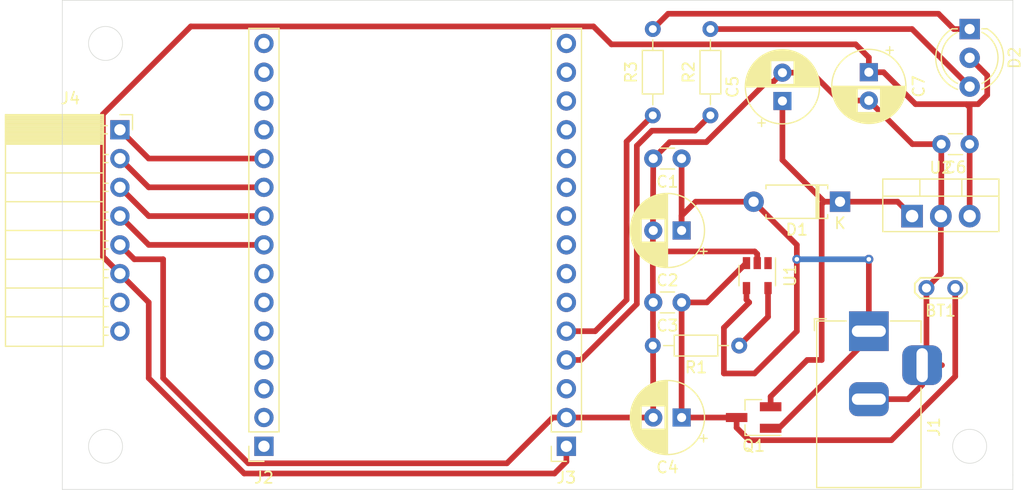
<source format=kicad_pcb>
(kicad_pcb (version 20171130) (host pcbnew 5.1.5-52549c5~86~ubuntu16.04.1)

  (general
    (thickness 1.6)
    (drawings 9)
    (tracks 133)
    (zones 0)
    (modules 20)
    (nets 40)
  )

  (page A4)
  (layers
    (0 F.Cu signal)
    (31 B.Cu signal)
    (32 B.Adhes user)
    (33 F.Adhes user)
    (34 B.Paste user)
    (35 F.Paste user)
    (36 B.SilkS user)
    (37 F.SilkS user)
    (38 B.Mask user)
    (39 F.Mask user)
    (40 Dwgs.User user)
    (41 Cmts.User user)
    (42 Eco1.User user)
    (43 Eco2.User user)
    (44 Edge.Cuts user)
    (45 Margin user)
    (46 B.CrtYd user)
    (47 F.CrtYd user)
    (48 B.Fab user)
    (49 F.Fab user)
  )

  (setup
    (last_trace_width 0.5)
    (user_trace_width 0.5)
    (trace_clearance 0.4)
    (zone_clearance 0.508)
    (zone_45_only no)
    (trace_min 0.2)
    (via_size 0.8)
    (via_drill 0.4)
    (via_min_size 0.4)
    (via_min_drill 0.3)
    (uvia_size 0.3)
    (uvia_drill 0.1)
    (uvias_allowed no)
    (uvia_min_size 0.2)
    (uvia_min_drill 0.1)
    (edge_width 0.05)
    (segment_width 0.2)
    (pcb_text_width 0.3)
    (pcb_text_size 1.5 1.5)
    (mod_edge_width 0.12)
    (mod_text_size 1 1)
    (mod_text_width 0.15)
    (pad_size 1.524 1.524)
    (pad_drill 0.762)
    (pad_to_mask_clearance 0.051)
    (solder_mask_min_width 0.25)
    (aux_axis_origin 0 0)
    (visible_elements FFFFFF7F)
    (pcbplotparams
      (layerselection 0x010fc_ffffffff)
      (usegerberextensions false)
      (usegerberattributes false)
      (usegerberadvancedattributes false)
      (creategerberjobfile false)
      (excludeedgelayer true)
      (linewidth 0.100000)
      (plotframeref false)
      (viasonmask false)
      (mode 1)
      (useauxorigin false)
      (hpglpennumber 1)
      (hpglpenspeed 20)
      (hpglpendiameter 15.000000)
      (psnegative false)
      (psa4output false)
      (plotreference true)
      (plotvalue true)
      (plotinvisibletext false)
      (padsonsilk false)
      (subtractmaskfromsilk false)
      (outputformat 1)
      (mirror false)
      (drillshape 1)
      (scaleselection 1)
      (outputdirectory ""))
  )

  (net 0 "")
  (net 1 "Net-(BT1-Pad1)")
  (net 2 GND)
  (net 3 +5V)
  (net 4 VCC)
  (net 5 +3V3)
  (net 6 "Net-(D2-Pad1)")
  (net 7 "Net-(D2-Pad3)")
  (net 8 "Net-(J2-Pad1)")
  (net 9 "Net-(J2-Pad2)")
  (net 10 "Net-(J2-Pad3)")
  (net 11 "Net-(J2-Pad4)")
  (net 12 "Net-(J2-Pad5)")
  (net 13 "Net-(J2-Pad6)")
  (net 14 "Net-(J2-Pad7)")
  (net 15 SPI_MOSI)
  (net 16 SPI_SS)
  (net 17 SPI_MISO)
  (net 18 SPI_SCK)
  (net 19 "Net-(J2-Pad12)")
  (net 20 "Net-(J2-Pad13)")
  (net 21 "Net-(J2-Pad14)")
  (net 22 "Net-(J2-Pad15)")
  (net 23 "Net-(J3-Pad15)")
  (net 24 "Net-(J3-Pad14)")
  (net 25 "Net-(J3-Pad13)")
  (net 26 "Net-(J3-Pad12)")
  (net 27 "Net-(J3-Pad11)")
  (net 28 "Net-(J3-Pad10)")
  (net 29 "Net-(J3-Pad9)")
  (net 30 "Net-(J3-Pad8)")
  (net 31 "Net-(J3-Pad7)")
  (net 32 "Net-(J3-Pad6)")
  (net 33 "Net-(J3-Pad5)")
  (net 34 "Net-(J3-Pad4)")
  (net 35 "Net-(J3-Pad3)")
  (net 36 "Net-(J4-Pad7)")
  (net 37 "Net-(J4-Pad8)")
  (net 38 "Net-(R1-Pad1)")
  (net 39 "Net-(U1-Pad1)")

  (net_class Default "This is the default net class."
    (clearance 0.4)
    (trace_width 0.5)
    (via_dia 0.8)
    (via_drill 0.4)
    (uvia_dia 0.3)
    (uvia_drill 0.1)
    (add_net +3V3)
    (add_net +5V)
    (add_net GND)
    (add_net "Net-(BT1-Pad1)")
    (add_net "Net-(D2-Pad1)")
    (add_net "Net-(D2-Pad3)")
    (add_net "Net-(J2-Pad1)")
    (add_net "Net-(J2-Pad12)")
    (add_net "Net-(J2-Pad13)")
    (add_net "Net-(J2-Pad14)")
    (add_net "Net-(J2-Pad15)")
    (add_net "Net-(J2-Pad2)")
    (add_net "Net-(J2-Pad3)")
    (add_net "Net-(J2-Pad4)")
    (add_net "Net-(J2-Pad5)")
    (add_net "Net-(J2-Pad6)")
    (add_net "Net-(J2-Pad7)")
    (add_net "Net-(J3-Pad10)")
    (add_net "Net-(J3-Pad11)")
    (add_net "Net-(J3-Pad12)")
    (add_net "Net-(J3-Pad13)")
    (add_net "Net-(J3-Pad14)")
    (add_net "Net-(J3-Pad15)")
    (add_net "Net-(J3-Pad3)")
    (add_net "Net-(J3-Pad4)")
    (add_net "Net-(J3-Pad5)")
    (add_net "Net-(J3-Pad6)")
    (add_net "Net-(J3-Pad7)")
    (add_net "Net-(J3-Pad8)")
    (add_net "Net-(J3-Pad9)")
    (add_net "Net-(J4-Pad7)")
    (add_net "Net-(J4-Pad8)")
    (add_net "Net-(R1-Pad1)")
    (add_net "Net-(U1-Pad1)")
    (add_net SPI_MISO)
    (add_net SPI_MOSI)
    (add_net SPI_SCK)
    (add_net SPI_SS)
    (add_net VCC)
  )

  (module Connector_BarrelJack:BarrelJack_Horizontal (layer F.Cu) (tedit 5A1DBF6A) (tstamp 5E9A0EC0)
    (at 107.95 114.3 90)
    (descr "DC Barrel Jack")
    (tags "Power Jack")
    (path /5E932047)
    (fp_text reference J1 (at -8.45 5.75 90) (layer F.SilkS)
      (effects (font (size 1 1) (thickness 0.15)))
    )
    (fp_text value BARREL_JACK (at -6.2 -5.5 90) (layer F.Fab)
      (effects (font (size 1 1) (thickness 0.15)))
    )
    (fp_text user %R (at -3 -2.95 90) (layer F.Fab)
      (effects (font (size 1 1) (thickness 0.15)))
    )
    (fp_line (start -0.003213 -4.505425) (end 0.8 -3.75) (layer F.Fab) (width 0.1))
    (fp_line (start 1.1 -3.75) (end 1.1 -4.8) (layer F.SilkS) (width 0.12))
    (fp_line (start 0.05 -4.8) (end 1.1 -4.8) (layer F.SilkS) (width 0.12))
    (fp_line (start 1 -4.5) (end 1 -4.75) (layer F.CrtYd) (width 0.05))
    (fp_line (start 1 -4.75) (end -14 -4.75) (layer F.CrtYd) (width 0.05))
    (fp_line (start 1 -4.5) (end 1 -2) (layer F.CrtYd) (width 0.05))
    (fp_line (start 1 -2) (end 2 -2) (layer F.CrtYd) (width 0.05))
    (fp_line (start 2 -2) (end 2 2) (layer F.CrtYd) (width 0.05))
    (fp_line (start 2 2) (end 1 2) (layer F.CrtYd) (width 0.05))
    (fp_line (start 1 2) (end 1 4.75) (layer F.CrtYd) (width 0.05))
    (fp_line (start 1 4.75) (end -1 4.75) (layer F.CrtYd) (width 0.05))
    (fp_line (start -1 4.75) (end -1 6.75) (layer F.CrtYd) (width 0.05))
    (fp_line (start -1 6.75) (end -5 6.75) (layer F.CrtYd) (width 0.05))
    (fp_line (start -5 6.75) (end -5 4.75) (layer F.CrtYd) (width 0.05))
    (fp_line (start -5 4.75) (end -14 4.75) (layer F.CrtYd) (width 0.05))
    (fp_line (start -14 4.75) (end -14 -4.75) (layer F.CrtYd) (width 0.05))
    (fp_line (start -5 4.6) (end -13.8 4.6) (layer F.SilkS) (width 0.12))
    (fp_line (start -13.8 4.6) (end -13.8 -4.6) (layer F.SilkS) (width 0.12))
    (fp_line (start 0.9 1.9) (end 0.9 4.6) (layer F.SilkS) (width 0.12))
    (fp_line (start 0.9 4.6) (end -1 4.6) (layer F.SilkS) (width 0.12))
    (fp_line (start -13.8 -4.6) (end 0.9 -4.6) (layer F.SilkS) (width 0.12))
    (fp_line (start 0.9 -4.6) (end 0.9 -2) (layer F.SilkS) (width 0.12))
    (fp_line (start -10.2 -4.5) (end -10.2 4.5) (layer F.Fab) (width 0.1))
    (fp_line (start -13.7 -4.5) (end -13.7 4.5) (layer F.Fab) (width 0.1))
    (fp_line (start -13.7 4.5) (end 0.8 4.5) (layer F.Fab) (width 0.1))
    (fp_line (start 0.8 4.5) (end 0.8 -3.75) (layer F.Fab) (width 0.1))
    (fp_line (start 0 -4.5) (end -13.7 -4.5) (layer F.Fab) (width 0.1))
    (pad 1 thru_hole rect (at 0 0 90) (size 3.5 3.5) (drill oval 1 3) (layers *.Cu *.Mask)
      (net 3 +5V))
    (pad 2 thru_hole roundrect (at -6 0 90) (size 3 3.5) (drill oval 1 3) (layers *.Cu *.Mask) (roundrect_rratio 0.25)
      (net 2 GND))
    (pad 3 thru_hole roundrect (at -3 4.7 90) (size 3.5 3.5) (drill oval 3 1) (layers *.Cu *.Mask) (roundrect_rratio 0.25)
      (net 2 GND))
    (model ${KISYS3DMOD}/Connector_BarrelJack.3dshapes/BarrelJack_Horizontal.wrl
      (at (xyz 0 0 0))
      (scale (xyz 1 1 1))
      (rotate (xyz 0 0 0))
    )
  )

  (module Capacitor_THT:C_Disc_D3.0mm_W1.6mm_P2.50mm (layer F.Cu) (tedit 5AE50EF0) (tstamp 5E9A0DD6)
    (at 116.84 97.79 180)
    (descr "C, Disc series, Radial, pin pitch=2.50mm, , diameter*width=3.0*1.6mm^2, Capacitor, http://www.vishay.com/docs/45233/krseries.pdf")
    (tags "C Disc series Radial pin pitch 2.50mm  diameter 3.0mm width 1.6mm Capacitor")
    (path /5E964DE3)
    (fp_text reference C6 (at 1.25 -2.05) (layer F.SilkS)
      (effects (font (size 1 1) (thickness 0.15)))
    )
    (fp_text value 100n (at 1.25 2.05) (layer F.Fab)
      (effects (font (size 1 1) (thickness 0.15)))
    )
    (fp_line (start -0.25 -0.8) (end -0.25 0.8) (layer F.Fab) (width 0.1))
    (fp_line (start -0.25 0.8) (end 2.75 0.8) (layer F.Fab) (width 0.1))
    (fp_line (start 2.75 0.8) (end 2.75 -0.8) (layer F.Fab) (width 0.1))
    (fp_line (start 2.75 -0.8) (end -0.25 -0.8) (layer F.Fab) (width 0.1))
    (fp_line (start 0.621 -0.92) (end 1.879 -0.92) (layer F.SilkS) (width 0.12))
    (fp_line (start 0.621 0.92) (end 1.879 0.92) (layer F.SilkS) (width 0.12))
    (fp_line (start -1.05 -1.05) (end -1.05 1.05) (layer F.CrtYd) (width 0.05))
    (fp_line (start -1.05 1.05) (end 3.55 1.05) (layer F.CrtYd) (width 0.05))
    (fp_line (start 3.55 1.05) (end 3.55 -1.05) (layer F.CrtYd) (width 0.05))
    (fp_line (start 3.55 -1.05) (end -1.05 -1.05) (layer F.CrtYd) (width 0.05))
    (fp_text user %R (at 1.25 0) (layer F.Fab)
      (effects (font (size 0.6 0.6) (thickness 0.09)))
    )
    (pad 1 thru_hole circle (at 0 0 180) (size 1.6 1.6) (drill 0.8) (layers *.Cu *.Mask)
      (net 5 +3V3))
    (pad 2 thru_hole circle (at 2.5 0 180) (size 1.6 1.6) (drill 0.8) (layers *.Cu *.Mask)
      (net 2 GND))
    (model ${KISYS3DMOD}/Capacitor_THT.3dshapes/C_Disc_D3.0mm_W1.6mm_P2.50mm.wrl
      (at (xyz 0 0 0))
      (scale (xyz 1 1 1))
      (rotate (xyz 0 0 0))
    )
  )

  (module Capacitor_THT:CP_Radial_D6.3mm_P2.50mm (layer F.Cu) (tedit 5AE50EF0) (tstamp 5E9A0D31)
    (at 91.44 121.92 180)
    (descr "CP, Radial series, Radial, pin pitch=2.50mm, , diameter=6.3mm, Electrolytic Capacitor")
    (tags "CP Radial series Radial pin pitch 2.50mm  diameter 6.3mm Electrolytic Capacitor")
    (path /5E9974A0)
    (fp_text reference C4 (at 1.25 -4.4) (layer F.SilkS)
      (effects (font (size 1 1) (thickness 0.15)))
    )
    (fp_text value 10u (at 1.25 4.4) (layer F.Fab)
      (effects (font (size 1 1) (thickness 0.15)))
    )
    (fp_circle (center 1.25 0) (end 4.4 0) (layer F.Fab) (width 0.1))
    (fp_circle (center 1.25 0) (end 4.52 0) (layer F.SilkS) (width 0.12))
    (fp_circle (center 1.25 0) (end 4.65 0) (layer F.CrtYd) (width 0.05))
    (fp_line (start -1.443972 -1.3735) (end -0.813972 -1.3735) (layer F.Fab) (width 0.1))
    (fp_line (start -1.128972 -1.6885) (end -1.128972 -1.0585) (layer F.Fab) (width 0.1))
    (fp_line (start 1.25 -3.23) (end 1.25 3.23) (layer F.SilkS) (width 0.12))
    (fp_line (start 1.29 -3.23) (end 1.29 3.23) (layer F.SilkS) (width 0.12))
    (fp_line (start 1.33 -3.23) (end 1.33 3.23) (layer F.SilkS) (width 0.12))
    (fp_line (start 1.37 -3.228) (end 1.37 3.228) (layer F.SilkS) (width 0.12))
    (fp_line (start 1.41 -3.227) (end 1.41 3.227) (layer F.SilkS) (width 0.12))
    (fp_line (start 1.45 -3.224) (end 1.45 3.224) (layer F.SilkS) (width 0.12))
    (fp_line (start 1.49 -3.222) (end 1.49 -1.04) (layer F.SilkS) (width 0.12))
    (fp_line (start 1.49 1.04) (end 1.49 3.222) (layer F.SilkS) (width 0.12))
    (fp_line (start 1.53 -3.218) (end 1.53 -1.04) (layer F.SilkS) (width 0.12))
    (fp_line (start 1.53 1.04) (end 1.53 3.218) (layer F.SilkS) (width 0.12))
    (fp_line (start 1.57 -3.215) (end 1.57 -1.04) (layer F.SilkS) (width 0.12))
    (fp_line (start 1.57 1.04) (end 1.57 3.215) (layer F.SilkS) (width 0.12))
    (fp_line (start 1.61 -3.211) (end 1.61 -1.04) (layer F.SilkS) (width 0.12))
    (fp_line (start 1.61 1.04) (end 1.61 3.211) (layer F.SilkS) (width 0.12))
    (fp_line (start 1.65 -3.206) (end 1.65 -1.04) (layer F.SilkS) (width 0.12))
    (fp_line (start 1.65 1.04) (end 1.65 3.206) (layer F.SilkS) (width 0.12))
    (fp_line (start 1.69 -3.201) (end 1.69 -1.04) (layer F.SilkS) (width 0.12))
    (fp_line (start 1.69 1.04) (end 1.69 3.201) (layer F.SilkS) (width 0.12))
    (fp_line (start 1.73 -3.195) (end 1.73 -1.04) (layer F.SilkS) (width 0.12))
    (fp_line (start 1.73 1.04) (end 1.73 3.195) (layer F.SilkS) (width 0.12))
    (fp_line (start 1.77 -3.189) (end 1.77 -1.04) (layer F.SilkS) (width 0.12))
    (fp_line (start 1.77 1.04) (end 1.77 3.189) (layer F.SilkS) (width 0.12))
    (fp_line (start 1.81 -3.182) (end 1.81 -1.04) (layer F.SilkS) (width 0.12))
    (fp_line (start 1.81 1.04) (end 1.81 3.182) (layer F.SilkS) (width 0.12))
    (fp_line (start 1.85 -3.175) (end 1.85 -1.04) (layer F.SilkS) (width 0.12))
    (fp_line (start 1.85 1.04) (end 1.85 3.175) (layer F.SilkS) (width 0.12))
    (fp_line (start 1.89 -3.167) (end 1.89 -1.04) (layer F.SilkS) (width 0.12))
    (fp_line (start 1.89 1.04) (end 1.89 3.167) (layer F.SilkS) (width 0.12))
    (fp_line (start 1.93 -3.159) (end 1.93 -1.04) (layer F.SilkS) (width 0.12))
    (fp_line (start 1.93 1.04) (end 1.93 3.159) (layer F.SilkS) (width 0.12))
    (fp_line (start 1.971 -3.15) (end 1.971 -1.04) (layer F.SilkS) (width 0.12))
    (fp_line (start 1.971 1.04) (end 1.971 3.15) (layer F.SilkS) (width 0.12))
    (fp_line (start 2.011 -3.141) (end 2.011 -1.04) (layer F.SilkS) (width 0.12))
    (fp_line (start 2.011 1.04) (end 2.011 3.141) (layer F.SilkS) (width 0.12))
    (fp_line (start 2.051 -3.131) (end 2.051 -1.04) (layer F.SilkS) (width 0.12))
    (fp_line (start 2.051 1.04) (end 2.051 3.131) (layer F.SilkS) (width 0.12))
    (fp_line (start 2.091 -3.121) (end 2.091 -1.04) (layer F.SilkS) (width 0.12))
    (fp_line (start 2.091 1.04) (end 2.091 3.121) (layer F.SilkS) (width 0.12))
    (fp_line (start 2.131 -3.11) (end 2.131 -1.04) (layer F.SilkS) (width 0.12))
    (fp_line (start 2.131 1.04) (end 2.131 3.11) (layer F.SilkS) (width 0.12))
    (fp_line (start 2.171 -3.098) (end 2.171 -1.04) (layer F.SilkS) (width 0.12))
    (fp_line (start 2.171 1.04) (end 2.171 3.098) (layer F.SilkS) (width 0.12))
    (fp_line (start 2.211 -3.086) (end 2.211 -1.04) (layer F.SilkS) (width 0.12))
    (fp_line (start 2.211 1.04) (end 2.211 3.086) (layer F.SilkS) (width 0.12))
    (fp_line (start 2.251 -3.074) (end 2.251 -1.04) (layer F.SilkS) (width 0.12))
    (fp_line (start 2.251 1.04) (end 2.251 3.074) (layer F.SilkS) (width 0.12))
    (fp_line (start 2.291 -3.061) (end 2.291 -1.04) (layer F.SilkS) (width 0.12))
    (fp_line (start 2.291 1.04) (end 2.291 3.061) (layer F.SilkS) (width 0.12))
    (fp_line (start 2.331 -3.047) (end 2.331 -1.04) (layer F.SilkS) (width 0.12))
    (fp_line (start 2.331 1.04) (end 2.331 3.047) (layer F.SilkS) (width 0.12))
    (fp_line (start 2.371 -3.033) (end 2.371 -1.04) (layer F.SilkS) (width 0.12))
    (fp_line (start 2.371 1.04) (end 2.371 3.033) (layer F.SilkS) (width 0.12))
    (fp_line (start 2.411 -3.018) (end 2.411 -1.04) (layer F.SilkS) (width 0.12))
    (fp_line (start 2.411 1.04) (end 2.411 3.018) (layer F.SilkS) (width 0.12))
    (fp_line (start 2.451 -3.002) (end 2.451 -1.04) (layer F.SilkS) (width 0.12))
    (fp_line (start 2.451 1.04) (end 2.451 3.002) (layer F.SilkS) (width 0.12))
    (fp_line (start 2.491 -2.986) (end 2.491 -1.04) (layer F.SilkS) (width 0.12))
    (fp_line (start 2.491 1.04) (end 2.491 2.986) (layer F.SilkS) (width 0.12))
    (fp_line (start 2.531 -2.97) (end 2.531 -1.04) (layer F.SilkS) (width 0.12))
    (fp_line (start 2.531 1.04) (end 2.531 2.97) (layer F.SilkS) (width 0.12))
    (fp_line (start 2.571 -2.952) (end 2.571 -1.04) (layer F.SilkS) (width 0.12))
    (fp_line (start 2.571 1.04) (end 2.571 2.952) (layer F.SilkS) (width 0.12))
    (fp_line (start 2.611 -2.934) (end 2.611 -1.04) (layer F.SilkS) (width 0.12))
    (fp_line (start 2.611 1.04) (end 2.611 2.934) (layer F.SilkS) (width 0.12))
    (fp_line (start 2.651 -2.916) (end 2.651 -1.04) (layer F.SilkS) (width 0.12))
    (fp_line (start 2.651 1.04) (end 2.651 2.916) (layer F.SilkS) (width 0.12))
    (fp_line (start 2.691 -2.896) (end 2.691 -1.04) (layer F.SilkS) (width 0.12))
    (fp_line (start 2.691 1.04) (end 2.691 2.896) (layer F.SilkS) (width 0.12))
    (fp_line (start 2.731 -2.876) (end 2.731 -1.04) (layer F.SilkS) (width 0.12))
    (fp_line (start 2.731 1.04) (end 2.731 2.876) (layer F.SilkS) (width 0.12))
    (fp_line (start 2.771 -2.856) (end 2.771 -1.04) (layer F.SilkS) (width 0.12))
    (fp_line (start 2.771 1.04) (end 2.771 2.856) (layer F.SilkS) (width 0.12))
    (fp_line (start 2.811 -2.834) (end 2.811 -1.04) (layer F.SilkS) (width 0.12))
    (fp_line (start 2.811 1.04) (end 2.811 2.834) (layer F.SilkS) (width 0.12))
    (fp_line (start 2.851 -2.812) (end 2.851 -1.04) (layer F.SilkS) (width 0.12))
    (fp_line (start 2.851 1.04) (end 2.851 2.812) (layer F.SilkS) (width 0.12))
    (fp_line (start 2.891 -2.79) (end 2.891 -1.04) (layer F.SilkS) (width 0.12))
    (fp_line (start 2.891 1.04) (end 2.891 2.79) (layer F.SilkS) (width 0.12))
    (fp_line (start 2.931 -2.766) (end 2.931 -1.04) (layer F.SilkS) (width 0.12))
    (fp_line (start 2.931 1.04) (end 2.931 2.766) (layer F.SilkS) (width 0.12))
    (fp_line (start 2.971 -2.742) (end 2.971 -1.04) (layer F.SilkS) (width 0.12))
    (fp_line (start 2.971 1.04) (end 2.971 2.742) (layer F.SilkS) (width 0.12))
    (fp_line (start 3.011 -2.716) (end 3.011 -1.04) (layer F.SilkS) (width 0.12))
    (fp_line (start 3.011 1.04) (end 3.011 2.716) (layer F.SilkS) (width 0.12))
    (fp_line (start 3.051 -2.69) (end 3.051 -1.04) (layer F.SilkS) (width 0.12))
    (fp_line (start 3.051 1.04) (end 3.051 2.69) (layer F.SilkS) (width 0.12))
    (fp_line (start 3.091 -2.664) (end 3.091 -1.04) (layer F.SilkS) (width 0.12))
    (fp_line (start 3.091 1.04) (end 3.091 2.664) (layer F.SilkS) (width 0.12))
    (fp_line (start 3.131 -2.636) (end 3.131 -1.04) (layer F.SilkS) (width 0.12))
    (fp_line (start 3.131 1.04) (end 3.131 2.636) (layer F.SilkS) (width 0.12))
    (fp_line (start 3.171 -2.607) (end 3.171 -1.04) (layer F.SilkS) (width 0.12))
    (fp_line (start 3.171 1.04) (end 3.171 2.607) (layer F.SilkS) (width 0.12))
    (fp_line (start 3.211 -2.578) (end 3.211 -1.04) (layer F.SilkS) (width 0.12))
    (fp_line (start 3.211 1.04) (end 3.211 2.578) (layer F.SilkS) (width 0.12))
    (fp_line (start 3.251 -2.548) (end 3.251 -1.04) (layer F.SilkS) (width 0.12))
    (fp_line (start 3.251 1.04) (end 3.251 2.548) (layer F.SilkS) (width 0.12))
    (fp_line (start 3.291 -2.516) (end 3.291 -1.04) (layer F.SilkS) (width 0.12))
    (fp_line (start 3.291 1.04) (end 3.291 2.516) (layer F.SilkS) (width 0.12))
    (fp_line (start 3.331 -2.484) (end 3.331 -1.04) (layer F.SilkS) (width 0.12))
    (fp_line (start 3.331 1.04) (end 3.331 2.484) (layer F.SilkS) (width 0.12))
    (fp_line (start 3.371 -2.45) (end 3.371 -1.04) (layer F.SilkS) (width 0.12))
    (fp_line (start 3.371 1.04) (end 3.371 2.45) (layer F.SilkS) (width 0.12))
    (fp_line (start 3.411 -2.416) (end 3.411 -1.04) (layer F.SilkS) (width 0.12))
    (fp_line (start 3.411 1.04) (end 3.411 2.416) (layer F.SilkS) (width 0.12))
    (fp_line (start 3.451 -2.38) (end 3.451 -1.04) (layer F.SilkS) (width 0.12))
    (fp_line (start 3.451 1.04) (end 3.451 2.38) (layer F.SilkS) (width 0.12))
    (fp_line (start 3.491 -2.343) (end 3.491 -1.04) (layer F.SilkS) (width 0.12))
    (fp_line (start 3.491 1.04) (end 3.491 2.343) (layer F.SilkS) (width 0.12))
    (fp_line (start 3.531 -2.305) (end 3.531 -1.04) (layer F.SilkS) (width 0.12))
    (fp_line (start 3.531 1.04) (end 3.531 2.305) (layer F.SilkS) (width 0.12))
    (fp_line (start 3.571 -2.265) (end 3.571 2.265) (layer F.SilkS) (width 0.12))
    (fp_line (start 3.611 -2.224) (end 3.611 2.224) (layer F.SilkS) (width 0.12))
    (fp_line (start 3.651 -2.182) (end 3.651 2.182) (layer F.SilkS) (width 0.12))
    (fp_line (start 3.691 -2.137) (end 3.691 2.137) (layer F.SilkS) (width 0.12))
    (fp_line (start 3.731 -2.092) (end 3.731 2.092) (layer F.SilkS) (width 0.12))
    (fp_line (start 3.771 -2.044) (end 3.771 2.044) (layer F.SilkS) (width 0.12))
    (fp_line (start 3.811 -1.995) (end 3.811 1.995) (layer F.SilkS) (width 0.12))
    (fp_line (start 3.851 -1.944) (end 3.851 1.944) (layer F.SilkS) (width 0.12))
    (fp_line (start 3.891 -1.89) (end 3.891 1.89) (layer F.SilkS) (width 0.12))
    (fp_line (start 3.931 -1.834) (end 3.931 1.834) (layer F.SilkS) (width 0.12))
    (fp_line (start 3.971 -1.776) (end 3.971 1.776) (layer F.SilkS) (width 0.12))
    (fp_line (start 4.011 -1.714) (end 4.011 1.714) (layer F.SilkS) (width 0.12))
    (fp_line (start 4.051 -1.65) (end 4.051 1.65) (layer F.SilkS) (width 0.12))
    (fp_line (start 4.091 -1.581) (end 4.091 1.581) (layer F.SilkS) (width 0.12))
    (fp_line (start 4.131 -1.509) (end 4.131 1.509) (layer F.SilkS) (width 0.12))
    (fp_line (start 4.171 -1.432) (end 4.171 1.432) (layer F.SilkS) (width 0.12))
    (fp_line (start 4.211 -1.35) (end 4.211 1.35) (layer F.SilkS) (width 0.12))
    (fp_line (start 4.251 -1.262) (end 4.251 1.262) (layer F.SilkS) (width 0.12))
    (fp_line (start 4.291 -1.165) (end 4.291 1.165) (layer F.SilkS) (width 0.12))
    (fp_line (start 4.331 -1.059) (end 4.331 1.059) (layer F.SilkS) (width 0.12))
    (fp_line (start 4.371 -0.94) (end 4.371 0.94) (layer F.SilkS) (width 0.12))
    (fp_line (start 4.411 -0.802) (end 4.411 0.802) (layer F.SilkS) (width 0.12))
    (fp_line (start 4.451 -0.633) (end 4.451 0.633) (layer F.SilkS) (width 0.12))
    (fp_line (start 4.491 -0.402) (end 4.491 0.402) (layer F.SilkS) (width 0.12))
    (fp_line (start -2.250241 -1.839) (end -1.620241 -1.839) (layer F.SilkS) (width 0.12))
    (fp_line (start -1.935241 -2.154) (end -1.935241 -1.524) (layer F.SilkS) (width 0.12))
    (fp_text user %R (at 1.25 0) (layer F.Fab)
      (effects (font (size 1 1) (thickness 0.15)))
    )
    (pad 1 thru_hole rect (at 0 0 180) (size 1.6 1.6) (drill 0.8) (layers *.Cu *.Mask)
      (net 1 "Net-(BT1-Pad1)"))
    (pad 2 thru_hole circle (at 2.5 0 180) (size 1.6 1.6) (drill 0.8) (layers *.Cu *.Mask)
      (net 2 GND))
    (model ${KISYS3DMOD}/Capacitor_THT.3dshapes/CP_Radial_D6.3mm_P2.50mm.wrl
      (at (xyz 0 0 0))
      (scale (xyz 1 1 1))
      (rotate (xyz 0 0 0))
    )
  )

  (module Package_TO_SOT_THT:TO-220-3_Vertical (layer F.Cu) (tedit 5AC8BA0D) (tstamp 5E9A0FEF)
    (at 111.76 104.14)
    (descr "TO-220-3, Vertical, RM 2.54mm, see https://www.vishay.com/docs/66542/to-220-1.pdf")
    (tags "TO-220-3 Vertical RM 2.54mm")
    (path /5E9B4988)
    (fp_text reference U2 (at 2.54 -4.27) (layer F.SilkS)
      (effects (font (size 1 1) (thickness 0.15)))
    )
    (fp_text value LF33_TO220 (at 2.54 2.5) (layer F.Fab)
      (effects (font (size 1 1) (thickness 0.15)))
    )
    (fp_line (start -2.46 -3.15) (end -2.46 1.25) (layer F.Fab) (width 0.1))
    (fp_line (start -2.46 1.25) (end 7.54 1.25) (layer F.Fab) (width 0.1))
    (fp_line (start 7.54 1.25) (end 7.54 -3.15) (layer F.Fab) (width 0.1))
    (fp_line (start 7.54 -3.15) (end -2.46 -3.15) (layer F.Fab) (width 0.1))
    (fp_line (start -2.46 -1.88) (end 7.54 -1.88) (layer F.Fab) (width 0.1))
    (fp_line (start 0.69 -3.15) (end 0.69 -1.88) (layer F.Fab) (width 0.1))
    (fp_line (start 4.39 -3.15) (end 4.39 -1.88) (layer F.Fab) (width 0.1))
    (fp_line (start -2.58 -3.27) (end 7.66 -3.27) (layer F.SilkS) (width 0.12))
    (fp_line (start -2.58 1.371) (end 7.66 1.371) (layer F.SilkS) (width 0.12))
    (fp_line (start -2.58 -3.27) (end -2.58 1.371) (layer F.SilkS) (width 0.12))
    (fp_line (start 7.66 -3.27) (end 7.66 1.371) (layer F.SilkS) (width 0.12))
    (fp_line (start -2.58 -1.76) (end 7.66 -1.76) (layer F.SilkS) (width 0.12))
    (fp_line (start 0.69 -3.27) (end 0.69 -1.76) (layer F.SilkS) (width 0.12))
    (fp_line (start 4.391 -3.27) (end 4.391 -1.76) (layer F.SilkS) (width 0.12))
    (fp_line (start -2.71 -3.4) (end -2.71 1.51) (layer F.CrtYd) (width 0.05))
    (fp_line (start -2.71 1.51) (end 7.79 1.51) (layer F.CrtYd) (width 0.05))
    (fp_line (start 7.79 1.51) (end 7.79 -3.4) (layer F.CrtYd) (width 0.05))
    (fp_line (start 7.79 -3.4) (end -2.71 -3.4) (layer F.CrtYd) (width 0.05))
    (fp_text user %R (at 2.54 -4.27) (layer F.Fab)
      (effects (font (size 1 1) (thickness 0.15)))
    )
    (pad 1 thru_hole rect (at 0 0) (size 1.905 2) (drill 1.1) (layers *.Cu *.Mask)
      (net 4 VCC))
    (pad 2 thru_hole oval (at 2.54 0) (size 1.905 2) (drill 1.1) (layers *.Cu *.Mask)
      (net 2 GND))
    (pad 3 thru_hole oval (at 5.08 0) (size 1.905 2) (drill 1.1) (layers *.Cu *.Mask)
      (net 5 +3V3))
    (model ${KISYS3DMOD}/Package_TO_SOT_THT.3dshapes/TO-220-3_Vertical.wrl
      (at (xyz 0 0 0))
      (scale (xyz 1 1 1))
      (rotate (xyz 0 0 0))
    )
  )

  (module Diode_THT:D_A-405_P7.62mm_Horizontal (layer F.Cu) (tedit 5AE50CD5) (tstamp 5E9A0E89)
    (at 105.41 102.87 180)
    (descr "Diode, A-405 series, Axial, Horizontal, pin pitch=7.62mm, , length*diameter=5.2*2.7mm^2, , http://www.diodes.com/_files/packages/A-405.pdf")
    (tags "Diode A-405 series Axial Horizontal pin pitch 7.62mm  length 5.2mm diameter 2.7mm")
    (path /5E94FD37)
    (fp_text reference D1 (at 3.81 -2.47) (layer F.SilkS)
      (effects (font (size 1 1) (thickness 0.15)))
    )
    (fp_text value D_SHOTTKY (at 3.81 2.47) (layer F.Fab)
      (effects (font (size 1 1) (thickness 0.15)))
    )
    (fp_line (start 1.21 -1.35) (end 1.21 1.35) (layer F.Fab) (width 0.1))
    (fp_line (start 1.21 1.35) (end 6.41 1.35) (layer F.Fab) (width 0.1))
    (fp_line (start 6.41 1.35) (end 6.41 -1.35) (layer F.Fab) (width 0.1))
    (fp_line (start 6.41 -1.35) (end 1.21 -1.35) (layer F.Fab) (width 0.1))
    (fp_line (start 0 0) (end 1.21 0) (layer F.Fab) (width 0.1))
    (fp_line (start 7.62 0) (end 6.41 0) (layer F.Fab) (width 0.1))
    (fp_line (start 1.99 -1.35) (end 1.99 1.35) (layer F.Fab) (width 0.1))
    (fp_line (start 2.09 -1.35) (end 2.09 1.35) (layer F.Fab) (width 0.1))
    (fp_line (start 1.89 -1.35) (end 1.89 1.35) (layer F.Fab) (width 0.1))
    (fp_line (start 1.09 -1.14) (end 1.09 -1.47) (layer F.SilkS) (width 0.12))
    (fp_line (start 1.09 -1.47) (end 6.53 -1.47) (layer F.SilkS) (width 0.12))
    (fp_line (start 6.53 -1.47) (end 6.53 -1.14) (layer F.SilkS) (width 0.12))
    (fp_line (start 1.09 1.14) (end 1.09 1.47) (layer F.SilkS) (width 0.12))
    (fp_line (start 1.09 1.47) (end 6.53 1.47) (layer F.SilkS) (width 0.12))
    (fp_line (start 6.53 1.47) (end 6.53 1.14) (layer F.SilkS) (width 0.12))
    (fp_line (start 1.99 -1.47) (end 1.99 1.47) (layer F.SilkS) (width 0.12))
    (fp_line (start 2.11 -1.47) (end 2.11 1.47) (layer F.SilkS) (width 0.12))
    (fp_line (start 1.87 -1.47) (end 1.87 1.47) (layer F.SilkS) (width 0.12))
    (fp_line (start -1.15 -1.6) (end -1.15 1.6) (layer F.CrtYd) (width 0.05))
    (fp_line (start -1.15 1.6) (end 8.77 1.6) (layer F.CrtYd) (width 0.05))
    (fp_line (start 8.77 1.6) (end 8.77 -1.6) (layer F.CrtYd) (width 0.05))
    (fp_line (start 8.77 -1.6) (end -1.15 -1.6) (layer F.CrtYd) (width 0.05))
    (fp_text user %R (at 4.2 0) (layer F.Fab)
      (effects (font (size 1 1) (thickness 0.15)))
    )
    (fp_text user K (at 0 -1.9) (layer F.Fab)
      (effects (font (size 1 1) (thickness 0.15)))
    )
    (fp_text user K (at 0 -1.9) (layer F.SilkS)
      (effects (font (size 1 1) (thickness 0.15)))
    )
    (pad 1 thru_hole rect (at 0 0 180) (size 1.8 1.8) (drill 0.9) (layers *.Cu *.Mask)
      (net 4 VCC))
    (pad 2 thru_hole oval (at 7.62 0 180) (size 1.8 1.8) (drill 0.9) (layers *.Cu *.Mask)
      (net 3 +5V))
    (model ${KISYS3DMOD}/Diode_THT.3dshapes/D_A-405_P7.62mm_Horizontal.wrl
      (at (xyz 0 0 0))
      (scale (xyz 1 1 1))
      (rotate (xyz 0 0 0))
    )
  )

  (module Package_TO_SOT_SMD:SOT-23_Handsoldering (layer F.Cu) (tedit 5A0AB76C) (tstamp 5E9A0F7B)
    (at 97.79 121.92 180)
    (descr "SOT-23, Handsoldering")
    (tags SOT-23)
    (path /5E935AD4)
    (attr smd)
    (fp_text reference Q1 (at 0 -2.5) (layer F.SilkS)
      (effects (font (size 1 1) (thickness 0.15)))
    )
    (fp_text value Q_PMOS_GSD (at 0 2.5) (layer F.Fab)
      (effects (font (size 1 1) (thickness 0.15)))
    )
    (fp_text user %R (at 0 0 90) (layer F.Fab)
      (effects (font (size 0.5 0.5) (thickness 0.075)))
    )
    (fp_line (start 0.76 1.58) (end 0.76 0.65) (layer F.SilkS) (width 0.12))
    (fp_line (start 0.76 -1.58) (end 0.76 -0.65) (layer F.SilkS) (width 0.12))
    (fp_line (start -2.7 -1.75) (end 2.7 -1.75) (layer F.CrtYd) (width 0.05))
    (fp_line (start 2.7 -1.75) (end 2.7 1.75) (layer F.CrtYd) (width 0.05))
    (fp_line (start 2.7 1.75) (end -2.7 1.75) (layer F.CrtYd) (width 0.05))
    (fp_line (start -2.7 1.75) (end -2.7 -1.75) (layer F.CrtYd) (width 0.05))
    (fp_line (start 0.76 -1.58) (end -2.4 -1.58) (layer F.SilkS) (width 0.12))
    (fp_line (start -0.7 -0.95) (end -0.7 1.5) (layer F.Fab) (width 0.1))
    (fp_line (start -0.15 -1.52) (end 0.7 -1.52) (layer F.Fab) (width 0.1))
    (fp_line (start -0.7 -0.95) (end -0.15 -1.52) (layer F.Fab) (width 0.1))
    (fp_line (start 0.7 -1.52) (end 0.7 1.52) (layer F.Fab) (width 0.1))
    (fp_line (start -0.7 1.52) (end 0.7 1.52) (layer F.Fab) (width 0.1))
    (fp_line (start 0.76 1.58) (end -0.7 1.58) (layer F.SilkS) (width 0.12))
    (pad 1 smd rect (at -1.5 -0.95 180) (size 1.9 0.8) (layers F.Cu F.Paste F.Mask)
      (net 3 +5V))
    (pad 2 smd rect (at -1.5 0.95 180) (size 1.9 0.8) (layers F.Cu F.Paste F.Mask)
      (net 4 VCC))
    (pad 3 smd rect (at 1.5 0 180) (size 1.9 0.8) (layers F.Cu F.Paste F.Mask)
      (net 1 "Net-(BT1-Pad1)"))
    (model ${KISYS3DMOD}/Package_TO_SOT_SMD.3dshapes/SOT-23.wrl
      (at (xyz 0 0 0))
      (scale (xyz 1 1 1))
      (rotate (xyz 0 0 0))
    )
  )

  (module Resistor_THT:R_Axial_DIN0204_L3.6mm_D1.6mm_P7.62mm_Horizontal (layer F.Cu) (tedit 5AE5139B) (tstamp 5E9A0F92)
    (at 96.52 115.57 180)
    (descr "Resistor, Axial_DIN0204 series, Axial, Horizontal, pin pitch=7.62mm, 0.167W, length*diameter=3.6*1.6mm^2, http://cdn-reichelt.de/documents/datenblatt/B400/1_4W%23YAG.pdf")
    (tags "Resistor Axial_DIN0204 series Axial Horizontal pin pitch 7.62mm 0.167W length 3.6mm diameter 1.6mm")
    (path /5E9550F3)
    (fp_text reference R1 (at 3.81 -1.92) (layer F.SilkS)
      (effects (font (size 1 1) (thickness 0.15)))
    )
    (fp_text value 2k (at 3.81 1.92) (layer F.Fab)
      (effects (font (size 1 1) (thickness 0.15)))
    )
    (fp_line (start 2.01 -0.8) (end 2.01 0.8) (layer F.Fab) (width 0.1))
    (fp_line (start 2.01 0.8) (end 5.61 0.8) (layer F.Fab) (width 0.1))
    (fp_line (start 5.61 0.8) (end 5.61 -0.8) (layer F.Fab) (width 0.1))
    (fp_line (start 5.61 -0.8) (end 2.01 -0.8) (layer F.Fab) (width 0.1))
    (fp_line (start 0 0) (end 2.01 0) (layer F.Fab) (width 0.1))
    (fp_line (start 7.62 0) (end 5.61 0) (layer F.Fab) (width 0.1))
    (fp_line (start 1.89 -0.92) (end 1.89 0.92) (layer F.SilkS) (width 0.12))
    (fp_line (start 1.89 0.92) (end 5.73 0.92) (layer F.SilkS) (width 0.12))
    (fp_line (start 5.73 0.92) (end 5.73 -0.92) (layer F.SilkS) (width 0.12))
    (fp_line (start 5.73 -0.92) (end 1.89 -0.92) (layer F.SilkS) (width 0.12))
    (fp_line (start 0.94 0) (end 1.89 0) (layer F.SilkS) (width 0.12))
    (fp_line (start 6.68 0) (end 5.73 0) (layer F.SilkS) (width 0.12))
    (fp_line (start -0.95 -1.05) (end -0.95 1.05) (layer F.CrtYd) (width 0.05))
    (fp_line (start -0.95 1.05) (end 8.57 1.05) (layer F.CrtYd) (width 0.05))
    (fp_line (start 8.57 1.05) (end 8.57 -1.05) (layer F.CrtYd) (width 0.05))
    (fp_line (start 8.57 -1.05) (end -0.95 -1.05) (layer F.CrtYd) (width 0.05))
    (fp_text user %R (at 3.81 0) (layer F.Fab)
      (effects (font (size 0.72 0.72) (thickness 0.108)))
    )
    (pad 1 thru_hole circle (at 0 0 180) (size 1.4 1.4) (drill 0.7) (layers *.Cu *.Mask)
      (net 38 "Net-(R1-Pad1)"))
    (pad 2 thru_hole oval (at 7.62 0 180) (size 1.4 1.4) (drill 0.7) (layers *.Cu *.Mask)
      (net 2 GND))
    (model ${KISYS3DMOD}/Resistor_THT.3dshapes/R_Axial_DIN0204_L3.6mm_D1.6mm_P7.62mm_Horizontal.wrl
      (at (xyz 0 0 0))
      (scale (xyz 1 1 1))
      (rotate (xyz 0 0 0))
    )
  )

  (module Capacitor_THT:C_Disc_D3.0mm_W1.6mm_P2.50mm (layer F.Cu) (tedit 5AE50EF0) (tstamp 5E9A0BF8)
    (at 91.44 99.06 180)
    (descr "C, Disc series, Radial, pin pitch=2.50mm, , diameter*width=3.0*1.6mm^2, Capacitor, http://www.vishay.com/docs/45233/krseries.pdf")
    (tags "C Disc series Radial pin pitch 2.50mm  diameter 3.0mm width 1.6mm Capacitor")
    (path /5E950B8F)
    (fp_text reference C1 (at 1.25 -2.05) (layer F.SilkS)
      (effects (font (size 1 1) (thickness 0.15)))
    )
    (fp_text value 100n (at 1.25 2.05) (layer F.Fab)
      (effects (font (size 1 1) (thickness 0.15)))
    )
    (fp_text user %R (at 1.25 0) (layer F.Fab)
      (effects (font (size 0.6 0.6) (thickness 0.09)))
    )
    (fp_line (start 3.55 -1.05) (end -1.05 -1.05) (layer F.CrtYd) (width 0.05))
    (fp_line (start 3.55 1.05) (end 3.55 -1.05) (layer F.CrtYd) (width 0.05))
    (fp_line (start -1.05 1.05) (end 3.55 1.05) (layer F.CrtYd) (width 0.05))
    (fp_line (start -1.05 -1.05) (end -1.05 1.05) (layer F.CrtYd) (width 0.05))
    (fp_line (start 0.621 0.92) (end 1.879 0.92) (layer F.SilkS) (width 0.12))
    (fp_line (start 0.621 -0.92) (end 1.879 -0.92) (layer F.SilkS) (width 0.12))
    (fp_line (start 2.75 -0.8) (end -0.25 -0.8) (layer F.Fab) (width 0.1))
    (fp_line (start 2.75 0.8) (end 2.75 -0.8) (layer F.Fab) (width 0.1))
    (fp_line (start -0.25 0.8) (end 2.75 0.8) (layer F.Fab) (width 0.1))
    (fp_line (start -0.25 -0.8) (end -0.25 0.8) (layer F.Fab) (width 0.1))
    (pad 2 thru_hole circle (at 2.5 0 180) (size 1.6 1.6) (drill 0.8) (layers *.Cu *.Mask)
      (net 2 GND))
    (pad 1 thru_hole circle (at 0 0 180) (size 1.6 1.6) (drill 0.8) (layers *.Cu *.Mask)
      (net 3 +5V))
    (model ${KISYS3DMOD}/Capacitor_THT.3dshapes/C_Disc_D3.0mm_W1.6mm_P2.50mm.wrl
      (at (xyz 0 0 0))
      (scale (xyz 1 1 1))
      (rotate (xyz 0 0 0))
    )
  )

  (module Capacitor_THT:CP_Radial_D6.3mm_P2.50mm (layer F.Cu) (tedit 5AE50EF0) (tstamp 5E9A0C8C)
    (at 91.44 105.41 180)
    (descr "CP, Radial series, Radial, pin pitch=2.50mm, , diameter=6.3mm, Electrolytic Capacitor")
    (tags "CP Radial series Radial pin pitch 2.50mm  diameter 6.3mm Electrolytic Capacitor")
    (path /5E99DB98)
    (fp_text reference C2 (at 1.25 -4.4) (layer F.SilkS)
      (effects (font (size 1 1) (thickness 0.15)))
    )
    (fp_text value 10u (at 1.25 4.4) (layer F.Fab)
      (effects (font (size 1 1) (thickness 0.15)))
    )
    (fp_text user %R (at 1.25 0) (layer F.Fab)
      (effects (font (size 1 1) (thickness 0.15)))
    )
    (fp_line (start -1.935241 -2.154) (end -1.935241 -1.524) (layer F.SilkS) (width 0.12))
    (fp_line (start -2.250241 -1.839) (end -1.620241 -1.839) (layer F.SilkS) (width 0.12))
    (fp_line (start 4.491 -0.402) (end 4.491 0.402) (layer F.SilkS) (width 0.12))
    (fp_line (start 4.451 -0.633) (end 4.451 0.633) (layer F.SilkS) (width 0.12))
    (fp_line (start 4.411 -0.802) (end 4.411 0.802) (layer F.SilkS) (width 0.12))
    (fp_line (start 4.371 -0.94) (end 4.371 0.94) (layer F.SilkS) (width 0.12))
    (fp_line (start 4.331 -1.059) (end 4.331 1.059) (layer F.SilkS) (width 0.12))
    (fp_line (start 4.291 -1.165) (end 4.291 1.165) (layer F.SilkS) (width 0.12))
    (fp_line (start 4.251 -1.262) (end 4.251 1.262) (layer F.SilkS) (width 0.12))
    (fp_line (start 4.211 -1.35) (end 4.211 1.35) (layer F.SilkS) (width 0.12))
    (fp_line (start 4.171 -1.432) (end 4.171 1.432) (layer F.SilkS) (width 0.12))
    (fp_line (start 4.131 -1.509) (end 4.131 1.509) (layer F.SilkS) (width 0.12))
    (fp_line (start 4.091 -1.581) (end 4.091 1.581) (layer F.SilkS) (width 0.12))
    (fp_line (start 4.051 -1.65) (end 4.051 1.65) (layer F.SilkS) (width 0.12))
    (fp_line (start 4.011 -1.714) (end 4.011 1.714) (layer F.SilkS) (width 0.12))
    (fp_line (start 3.971 -1.776) (end 3.971 1.776) (layer F.SilkS) (width 0.12))
    (fp_line (start 3.931 -1.834) (end 3.931 1.834) (layer F.SilkS) (width 0.12))
    (fp_line (start 3.891 -1.89) (end 3.891 1.89) (layer F.SilkS) (width 0.12))
    (fp_line (start 3.851 -1.944) (end 3.851 1.944) (layer F.SilkS) (width 0.12))
    (fp_line (start 3.811 -1.995) (end 3.811 1.995) (layer F.SilkS) (width 0.12))
    (fp_line (start 3.771 -2.044) (end 3.771 2.044) (layer F.SilkS) (width 0.12))
    (fp_line (start 3.731 -2.092) (end 3.731 2.092) (layer F.SilkS) (width 0.12))
    (fp_line (start 3.691 -2.137) (end 3.691 2.137) (layer F.SilkS) (width 0.12))
    (fp_line (start 3.651 -2.182) (end 3.651 2.182) (layer F.SilkS) (width 0.12))
    (fp_line (start 3.611 -2.224) (end 3.611 2.224) (layer F.SilkS) (width 0.12))
    (fp_line (start 3.571 -2.265) (end 3.571 2.265) (layer F.SilkS) (width 0.12))
    (fp_line (start 3.531 1.04) (end 3.531 2.305) (layer F.SilkS) (width 0.12))
    (fp_line (start 3.531 -2.305) (end 3.531 -1.04) (layer F.SilkS) (width 0.12))
    (fp_line (start 3.491 1.04) (end 3.491 2.343) (layer F.SilkS) (width 0.12))
    (fp_line (start 3.491 -2.343) (end 3.491 -1.04) (layer F.SilkS) (width 0.12))
    (fp_line (start 3.451 1.04) (end 3.451 2.38) (layer F.SilkS) (width 0.12))
    (fp_line (start 3.451 -2.38) (end 3.451 -1.04) (layer F.SilkS) (width 0.12))
    (fp_line (start 3.411 1.04) (end 3.411 2.416) (layer F.SilkS) (width 0.12))
    (fp_line (start 3.411 -2.416) (end 3.411 -1.04) (layer F.SilkS) (width 0.12))
    (fp_line (start 3.371 1.04) (end 3.371 2.45) (layer F.SilkS) (width 0.12))
    (fp_line (start 3.371 -2.45) (end 3.371 -1.04) (layer F.SilkS) (width 0.12))
    (fp_line (start 3.331 1.04) (end 3.331 2.484) (layer F.SilkS) (width 0.12))
    (fp_line (start 3.331 -2.484) (end 3.331 -1.04) (layer F.SilkS) (width 0.12))
    (fp_line (start 3.291 1.04) (end 3.291 2.516) (layer F.SilkS) (width 0.12))
    (fp_line (start 3.291 -2.516) (end 3.291 -1.04) (layer F.SilkS) (width 0.12))
    (fp_line (start 3.251 1.04) (end 3.251 2.548) (layer F.SilkS) (width 0.12))
    (fp_line (start 3.251 -2.548) (end 3.251 -1.04) (layer F.SilkS) (width 0.12))
    (fp_line (start 3.211 1.04) (end 3.211 2.578) (layer F.SilkS) (width 0.12))
    (fp_line (start 3.211 -2.578) (end 3.211 -1.04) (layer F.SilkS) (width 0.12))
    (fp_line (start 3.171 1.04) (end 3.171 2.607) (layer F.SilkS) (width 0.12))
    (fp_line (start 3.171 -2.607) (end 3.171 -1.04) (layer F.SilkS) (width 0.12))
    (fp_line (start 3.131 1.04) (end 3.131 2.636) (layer F.SilkS) (width 0.12))
    (fp_line (start 3.131 -2.636) (end 3.131 -1.04) (layer F.SilkS) (width 0.12))
    (fp_line (start 3.091 1.04) (end 3.091 2.664) (layer F.SilkS) (width 0.12))
    (fp_line (start 3.091 -2.664) (end 3.091 -1.04) (layer F.SilkS) (width 0.12))
    (fp_line (start 3.051 1.04) (end 3.051 2.69) (layer F.SilkS) (width 0.12))
    (fp_line (start 3.051 -2.69) (end 3.051 -1.04) (layer F.SilkS) (width 0.12))
    (fp_line (start 3.011 1.04) (end 3.011 2.716) (layer F.SilkS) (width 0.12))
    (fp_line (start 3.011 -2.716) (end 3.011 -1.04) (layer F.SilkS) (width 0.12))
    (fp_line (start 2.971 1.04) (end 2.971 2.742) (layer F.SilkS) (width 0.12))
    (fp_line (start 2.971 -2.742) (end 2.971 -1.04) (layer F.SilkS) (width 0.12))
    (fp_line (start 2.931 1.04) (end 2.931 2.766) (layer F.SilkS) (width 0.12))
    (fp_line (start 2.931 -2.766) (end 2.931 -1.04) (layer F.SilkS) (width 0.12))
    (fp_line (start 2.891 1.04) (end 2.891 2.79) (layer F.SilkS) (width 0.12))
    (fp_line (start 2.891 -2.79) (end 2.891 -1.04) (layer F.SilkS) (width 0.12))
    (fp_line (start 2.851 1.04) (end 2.851 2.812) (layer F.SilkS) (width 0.12))
    (fp_line (start 2.851 -2.812) (end 2.851 -1.04) (layer F.SilkS) (width 0.12))
    (fp_line (start 2.811 1.04) (end 2.811 2.834) (layer F.SilkS) (width 0.12))
    (fp_line (start 2.811 -2.834) (end 2.811 -1.04) (layer F.SilkS) (width 0.12))
    (fp_line (start 2.771 1.04) (end 2.771 2.856) (layer F.SilkS) (width 0.12))
    (fp_line (start 2.771 -2.856) (end 2.771 -1.04) (layer F.SilkS) (width 0.12))
    (fp_line (start 2.731 1.04) (end 2.731 2.876) (layer F.SilkS) (width 0.12))
    (fp_line (start 2.731 -2.876) (end 2.731 -1.04) (layer F.SilkS) (width 0.12))
    (fp_line (start 2.691 1.04) (end 2.691 2.896) (layer F.SilkS) (width 0.12))
    (fp_line (start 2.691 -2.896) (end 2.691 -1.04) (layer F.SilkS) (width 0.12))
    (fp_line (start 2.651 1.04) (end 2.651 2.916) (layer F.SilkS) (width 0.12))
    (fp_line (start 2.651 -2.916) (end 2.651 -1.04) (layer F.SilkS) (width 0.12))
    (fp_line (start 2.611 1.04) (end 2.611 2.934) (layer F.SilkS) (width 0.12))
    (fp_line (start 2.611 -2.934) (end 2.611 -1.04) (layer F.SilkS) (width 0.12))
    (fp_line (start 2.571 1.04) (end 2.571 2.952) (layer F.SilkS) (width 0.12))
    (fp_line (start 2.571 -2.952) (end 2.571 -1.04) (layer F.SilkS) (width 0.12))
    (fp_line (start 2.531 1.04) (end 2.531 2.97) (layer F.SilkS) (width 0.12))
    (fp_line (start 2.531 -2.97) (end 2.531 -1.04) (layer F.SilkS) (width 0.12))
    (fp_line (start 2.491 1.04) (end 2.491 2.986) (layer F.SilkS) (width 0.12))
    (fp_line (start 2.491 -2.986) (end 2.491 -1.04) (layer F.SilkS) (width 0.12))
    (fp_line (start 2.451 1.04) (end 2.451 3.002) (layer F.SilkS) (width 0.12))
    (fp_line (start 2.451 -3.002) (end 2.451 -1.04) (layer F.SilkS) (width 0.12))
    (fp_line (start 2.411 1.04) (end 2.411 3.018) (layer F.SilkS) (width 0.12))
    (fp_line (start 2.411 -3.018) (end 2.411 -1.04) (layer F.SilkS) (width 0.12))
    (fp_line (start 2.371 1.04) (end 2.371 3.033) (layer F.SilkS) (width 0.12))
    (fp_line (start 2.371 -3.033) (end 2.371 -1.04) (layer F.SilkS) (width 0.12))
    (fp_line (start 2.331 1.04) (end 2.331 3.047) (layer F.SilkS) (width 0.12))
    (fp_line (start 2.331 -3.047) (end 2.331 -1.04) (layer F.SilkS) (width 0.12))
    (fp_line (start 2.291 1.04) (end 2.291 3.061) (layer F.SilkS) (width 0.12))
    (fp_line (start 2.291 -3.061) (end 2.291 -1.04) (layer F.SilkS) (width 0.12))
    (fp_line (start 2.251 1.04) (end 2.251 3.074) (layer F.SilkS) (width 0.12))
    (fp_line (start 2.251 -3.074) (end 2.251 -1.04) (layer F.SilkS) (width 0.12))
    (fp_line (start 2.211 1.04) (end 2.211 3.086) (layer F.SilkS) (width 0.12))
    (fp_line (start 2.211 -3.086) (end 2.211 -1.04) (layer F.SilkS) (width 0.12))
    (fp_line (start 2.171 1.04) (end 2.171 3.098) (layer F.SilkS) (width 0.12))
    (fp_line (start 2.171 -3.098) (end 2.171 -1.04) (layer F.SilkS) (width 0.12))
    (fp_line (start 2.131 1.04) (end 2.131 3.11) (layer F.SilkS) (width 0.12))
    (fp_line (start 2.131 -3.11) (end 2.131 -1.04) (layer F.SilkS) (width 0.12))
    (fp_line (start 2.091 1.04) (end 2.091 3.121) (layer F.SilkS) (width 0.12))
    (fp_line (start 2.091 -3.121) (end 2.091 -1.04) (layer F.SilkS) (width 0.12))
    (fp_line (start 2.051 1.04) (end 2.051 3.131) (layer F.SilkS) (width 0.12))
    (fp_line (start 2.051 -3.131) (end 2.051 -1.04) (layer F.SilkS) (width 0.12))
    (fp_line (start 2.011 1.04) (end 2.011 3.141) (layer F.SilkS) (width 0.12))
    (fp_line (start 2.011 -3.141) (end 2.011 -1.04) (layer F.SilkS) (width 0.12))
    (fp_line (start 1.971 1.04) (end 1.971 3.15) (layer F.SilkS) (width 0.12))
    (fp_line (start 1.971 -3.15) (end 1.971 -1.04) (layer F.SilkS) (width 0.12))
    (fp_line (start 1.93 1.04) (end 1.93 3.159) (layer F.SilkS) (width 0.12))
    (fp_line (start 1.93 -3.159) (end 1.93 -1.04) (layer F.SilkS) (width 0.12))
    (fp_line (start 1.89 1.04) (end 1.89 3.167) (layer F.SilkS) (width 0.12))
    (fp_line (start 1.89 -3.167) (end 1.89 -1.04) (layer F.SilkS) (width 0.12))
    (fp_line (start 1.85 1.04) (end 1.85 3.175) (layer F.SilkS) (width 0.12))
    (fp_line (start 1.85 -3.175) (end 1.85 -1.04) (layer F.SilkS) (width 0.12))
    (fp_line (start 1.81 1.04) (end 1.81 3.182) (layer F.SilkS) (width 0.12))
    (fp_line (start 1.81 -3.182) (end 1.81 -1.04) (layer F.SilkS) (width 0.12))
    (fp_line (start 1.77 1.04) (end 1.77 3.189) (layer F.SilkS) (width 0.12))
    (fp_line (start 1.77 -3.189) (end 1.77 -1.04) (layer F.SilkS) (width 0.12))
    (fp_line (start 1.73 1.04) (end 1.73 3.195) (layer F.SilkS) (width 0.12))
    (fp_line (start 1.73 -3.195) (end 1.73 -1.04) (layer F.SilkS) (width 0.12))
    (fp_line (start 1.69 1.04) (end 1.69 3.201) (layer F.SilkS) (width 0.12))
    (fp_line (start 1.69 -3.201) (end 1.69 -1.04) (layer F.SilkS) (width 0.12))
    (fp_line (start 1.65 1.04) (end 1.65 3.206) (layer F.SilkS) (width 0.12))
    (fp_line (start 1.65 -3.206) (end 1.65 -1.04) (layer F.SilkS) (width 0.12))
    (fp_line (start 1.61 1.04) (end 1.61 3.211) (layer F.SilkS) (width 0.12))
    (fp_line (start 1.61 -3.211) (end 1.61 -1.04) (layer F.SilkS) (width 0.12))
    (fp_line (start 1.57 1.04) (end 1.57 3.215) (layer F.SilkS) (width 0.12))
    (fp_line (start 1.57 -3.215) (end 1.57 -1.04) (layer F.SilkS) (width 0.12))
    (fp_line (start 1.53 1.04) (end 1.53 3.218) (layer F.SilkS) (width 0.12))
    (fp_line (start 1.53 -3.218) (end 1.53 -1.04) (layer F.SilkS) (width 0.12))
    (fp_line (start 1.49 1.04) (end 1.49 3.222) (layer F.SilkS) (width 0.12))
    (fp_line (start 1.49 -3.222) (end 1.49 -1.04) (layer F.SilkS) (width 0.12))
    (fp_line (start 1.45 -3.224) (end 1.45 3.224) (layer F.SilkS) (width 0.12))
    (fp_line (start 1.41 -3.227) (end 1.41 3.227) (layer F.SilkS) (width 0.12))
    (fp_line (start 1.37 -3.228) (end 1.37 3.228) (layer F.SilkS) (width 0.12))
    (fp_line (start 1.33 -3.23) (end 1.33 3.23) (layer F.SilkS) (width 0.12))
    (fp_line (start 1.29 -3.23) (end 1.29 3.23) (layer F.SilkS) (width 0.12))
    (fp_line (start 1.25 -3.23) (end 1.25 3.23) (layer F.SilkS) (width 0.12))
    (fp_line (start -1.128972 -1.6885) (end -1.128972 -1.0585) (layer F.Fab) (width 0.1))
    (fp_line (start -1.443972 -1.3735) (end -0.813972 -1.3735) (layer F.Fab) (width 0.1))
    (fp_circle (center 1.25 0) (end 4.65 0) (layer F.CrtYd) (width 0.05))
    (fp_circle (center 1.25 0) (end 4.52 0) (layer F.SilkS) (width 0.12))
    (fp_circle (center 1.25 0) (end 4.4 0) (layer F.Fab) (width 0.1))
    (pad 2 thru_hole circle (at 2.5 0 180) (size 1.6 1.6) (drill 0.8) (layers *.Cu *.Mask)
      (net 2 GND))
    (pad 1 thru_hole rect (at 0 0 180) (size 1.6 1.6) (drill 0.8) (layers *.Cu *.Mask)
      (net 3 +5V))
    (model ${KISYS3DMOD}/Capacitor_THT.3dshapes/CP_Radial_D6.3mm_P2.50mm.wrl
      (at (xyz 0 0 0))
      (scale (xyz 1 1 1))
      (rotate (xyz 0 0 0))
    )
  )

  (module Capacitor_THT:C_Disc_D3.0mm_W1.6mm_P2.50mm (layer F.Cu) (tedit 5AE50EF0) (tstamp 5E9A0C9D)
    (at 91.44 111.76 180)
    (descr "C, Disc series, Radial, pin pitch=2.50mm, , diameter*width=3.0*1.6mm^2, Capacitor, http://www.vishay.com/docs/45233/krseries.pdf")
    (tags "C Disc series Radial pin pitch 2.50mm  diameter 3.0mm width 1.6mm Capacitor")
    (path /5E9426FA)
    (fp_text reference C3 (at 1.25 -2.05) (layer F.SilkS)
      (effects (font (size 1 1) (thickness 0.15)))
    )
    (fp_text value 100n (at 1.25 2.05) (layer F.Fab)
      (effects (font (size 1 1) (thickness 0.15)))
    )
    (fp_line (start -0.25 -0.8) (end -0.25 0.8) (layer F.Fab) (width 0.1))
    (fp_line (start -0.25 0.8) (end 2.75 0.8) (layer F.Fab) (width 0.1))
    (fp_line (start 2.75 0.8) (end 2.75 -0.8) (layer F.Fab) (width 0.1))
    (fp_line (start 2.75 -0.8) (end -0.25 -0.8) (layer F.Fab) (width 0.1))
    (fp_line (start 0.621 -0.92) (end 1.879 -0.92) (layer F.SilkS) (width 0.12))
    (fp_line (start 0.621 0.92) (end 1.879 0.92) (layer F.SilkS) (width 0.12))
    (fp_line (start -1.05 -1.05) (end -1.05 1.05) (layer F.CrtYd) (width 0.05))
    (fp_line (start -1.05 1.05) (end 3.55 1.05) (layer F.CrtYd) (width 0.05))
    (fp_line (start 3.55 1.05) (end 3.55 -1.05) (layer F.CrtYd) (width 0.05))
    (fp_line (start 3.55 -1.05) (end -1.05 -1.05) (layer F.CrtYd) (width 0.05))
    (fp_text user %R (at 1.25 0) (layer F.Fab)
      (effects (font (size 0.6 0.6) (thickness 0.09)))
    )
    (pad 1 thru_hole circle (at 0 0 180) (size 1.6 1.6) (drill 0.8) (layers *.Cu *.Mask)
      (net 1 "Net-(BT1-Pad1)"))
    (pad 2 thru_hole circle (at 2.5 0 180) (size 1.6 1.6) (drill 0.8) (layers *.Cu *.Mask)
      (net 2 GND))
    (model ${KISYS3DMOD}/Capacitor_THT.3dshapes/C_Disc_D3.0mm_W1.6mm_P2.50mm.wrl
      (at (xyz 0 0 0))
      (scale (xyz 1 1 1))
      (rotate (xyz 0 0 0))
    )
  )

  (module Package_TO_SOT_SMD:SOT-23-5 (layer F.Cu) (tedit 5A02FF57) (tstamp 5E9A0FD5)
    (at 98.11 109.39 270)
    (descr "5-pin SOT23 package")
    (tags SOT-23-5)
    (path /5E92FFFA)
    (attr smd)
    (fp_text reference U1 (at 0 -2.9 90) (layer F.SilkS)
      (effects (font (size 1 1) (thickness 0.15)))
    )
    (fp_text value MCP73832-2-OT (at 0 2.9 90) (layer F.Fab)
      (effects (font (size 1 1) (thickness 0.15)))
    )
    (fp_text user %R (at 0 0) (layer F.Fab)
      (effects (font (size 0.5 0.5) (thickness 0.075)))
    )
    (fp_line (start -0.9 1.61) (end 0.9 1.61) (layer F.SilkS) (width 0.12))
    (fp_line (start 0.9 -1.61) (end -1.55 -1.61) (layer F.SilkS) (width 0.12))
    (fp_line (start -1.9 -1.8) (end 1.9 -1.8) (layer F.CrtYd) (width 0.05))
    (fp_line (start 1.9 -1.8) (end 1.9 1.8) (layer F.CrtYd) (width 0.05))
    (fp_line (start 1.9 1.8) (end -1.9 1.8) (layer F.CrtYd) (width 0.05))
    (fp_line (start -1.9 1.8) (end -1.9 -1.8) (layer F.CrtYd) (width 0.05))
    (fp_line (start -0.9 -0.9) (end -0.25 -1.55) (layer F.Fab) (width 0.1))
    (fp_line (start 0.9 -1.55) (end -0.25 -1.55) (layer F.Fab) (width 0.1))
    (fp_line (start -0.9 -0.9) (end -0.9 1.55) (layer F.Fab) (width 0.1))
    (fp_line (start 0.9 1.55) (end -0.9 1.55) (layer F.Fab) (width 0.1))
    (fp_line (start 0.9 -1.55) (end 0.9 1.55) (layer F.Fab) (width 0.1))
    (pad 1 smd rect (at -1.1 -0.95 270) (size 1.06 0.65) (layers F.Cu F.Paste F.Mask)
      (net 39 "Net-(U1-Pad1)"))
    (pad 2 smd rect (at -1.1 0 270) (size 1.06 0.65) (layers F.Cu F.Paste F.Mask)
      (net 2 GND))
    (pad 3 smd rect (at -1.1 0.95 270) (size 1.06 0.65) (layers F.Cu F.Paste F.Mask)
      (net 1 "Net-(BT1-Pad1)"))
    (pad 4 smd rect (at 1.1 0.95 270) (size 1.06 0.65) (layers F.Cu F.Paste F.Mask)
      (net 3 +5V))
    (pad 5 smd rect (at 1.1 -0.95 270) (size 1.06 0.65) (layers F.Cu F.Paste F.Mask)
      (net 38 "Net-(R1-Pad1)"))
    (model ${KISYS3DMOD}/Package_TO_SOT_SMD.3dshapes/SOT-23-5.wrl
      (at (xyz 0 0 0))
      (scale (xyz 1 1 1))
      (rotate (xyz 0 0 0))
    )
  )

  (module TestPoint:TestPoint_2Pads_Pitch2.54mm_Drill0.8mm (layer F.Cu) (tedit 5A0F774F) (tstamp 5E9A0BE7)
    (at 115.57 110.49 180)
    (descr "Test point with 2 pins, pitch 2.54mm, drill diameter 0.8mm")
    (tags "CONN DEV")
    (path /5E94A3D6)
    (attr virtual)
    (fp_text reference BT1 (at 1.3 -2) (layer F.SilkS)
      (effects (font (size 1 1) (thickness 0.15)))
    )
    (fp_text value BATTERY_CELL (at 1.27 2 90) (layer F.Fab)
      (effects (font (size 1 1) (thickness 0.15)))
    )
    (fp_line (start -1.03 -0.4) (end -0.53 -0.9) (layer F.SilkS) (width 0.15))
    (fp_line (start -1.03 0.4) (end -1.03 -0.4) (layer F.SilkS) (width 0.15))
    (fp_line (start -0.53 0.9) (end -1.03 0.4) (layer F.SilkS) (width 0.15))
    (fp_line (start 3.07 0.9) (end -0.53 0.9) (layer F.SilkS) (width 0.15))
    (fp_line (start 3.57 0.4) (end 3.07 0.9) (layer F.SilkS) (width 0.15))
    (fp_line (start 3.57 -0.4) (end 3.57 0.4) (layer F.SilkS) (width 0.15))
    (fp_line (start 3.07 -0.9) (end 3.57 -0.4) (layer F.SilkS) (width 0.15))
    (fp_line (start -0.53 -0.9) (end 3.07 -0.9) (layer F.SilkS) (width 0.15))
    (fp_line (start -1.3 0.5) (end -0.65 1.15) (layer F.CrtYd) (width 0.05))
    (fp_line (start -1.3 -0.5) (end -1.3 0.5) (layer F.CrtYd) (width 0.05))
    (fp_line (start -0.65 -1.15) (end -1.3 -0.5) (layer F.CrtYd) (width 0.05))
    (fp_line (start 3.15 -1.15) (end -0.65 -1.15) (layer F.CrtYd) (width 0.05))
    (fp_line (start 3.8 -0.5) (end 3.15 -1.15) (layer F.CrtYd) (width 0.05))
    (fp_line (start 3.8 0.5) (end 3.8 -0.5) (layer F.CrtYd) (width 0.05))
    (fp_line (start 3.15 1.15) (end 3.8 0.5) (layer F.CrtYd) (width 0.05))
    (fp_line (start -0.65 1.15) (end 3.15 1.15) (layer F.CrtYd) (width 0.05))
    (fp_text user %R (at 1.3 -2) (layer F.Fab)
      (effects (font (size 1 1) (thickness 0.15)))
    )
    (pad 2 thru_hole circle (at 2.54 0 180) (size 1.4 1.4) (drill 0.8) (layers *.Cu *.Mask)
      (net 2 GND))
    (pad 1 thru_hole circle (at 0 0 180) (size 1.4 1.4) (drill 0.8) (layers *.Cu *.Mask)
      (net 1 "Net-(BT1-Pad1)"))
  )

  (module Capacitor_THT:CP_Radial_D6.3mm_P2.50mm (layer F.Cu) (tedit 5AE50EF0) (tstamp 5E9A0E6A)
    (at 107.95 91.44 270)
    (descr "CP, Radial series, Radial, pin pitch=2.50mm, , diameter=6.3mm, Electrolytic Capacitor")
    (tags "CP Radial series Radial pin pitch 2.50mm  diameter 6.3mm Electrolytic Capacitor")
    (path /5E9668A1)
    (fp_text reference C7 (at 1.25 -4.4 90) (layer F.SilkS)
      (effects (font (size 1 1) (thickness 0.15)))
    )
    (fp_text value 100u (at 1.25 4.4 90) (layer F.Fab)
      (effects (font (size 1 1) (thickness 0.15)))
    )
    (fp_circle (center 1.25 0) (end 4.4 0) (layer F.Fab) (width 0.1))
    (fp_circle (center 1.25 0) (end 4.52 0) (layer F.SilkS) (width 0.12))
    (fp_circle (center 1.25 0) (end 4.65 0) (layer F.CrtYd) (width 0.05))
    (fp_line (start -1.443972 -1.3735) (end -0.813972 -1.3735) (layer F.Fab) (width 0.1))
    (fp_line (start -1.128972 -1.6885) (end -1.128972 -1.0585) (layer F.Fab) (width 0.1))
    (fp_line (start 1.25 -3.23) (end 1.25 3.23) (layer F.SilkS) (width 0.12))
    (fp_line (start 1.29 -3.23) (end 1.29 3.23) (layer F.SilkS) (width 0.12))
    (fp_line (start 1.33 -3.23) (end 1.33 3.23) (layer F.SilkS) (width 0.12))
    (fp_line (start 1.37 -3.228) (end 1.37 3.228) (layer F.SilkS) (width 0.12))
    (fp_line (start 1.41 -3.227) (end 1.41 3.227) (layer F.SilkS) (width 0.12))
    (fp_line (start 1.45 -3.224) (end 1.45 3.224) (layer F.SilkS) (width 0.12))
    (fp_line (start 1.49 -3.222) (end 1.49 -1.04) (layer F.SilkS) (width 0.12))
    (fp_line (start 1.49 1.04) (end 1.49 3.222) (layer F.SilkS) (width 0.12))
    (fp_line (start 1.53 -3.218) (end 1.53 -1.04) (layer F.SilkS) (width 0.12))
    (fp_line (start 1.53 1.04) (end 1.53 3.218) (layer F.SilkS) (width 0.12))
    (fp_line (start 1.57 -3.215) (end 1.57 -1.04) (layer F.SilkS) (width 0.12))
    (fp_line (start 1.57 1.04) (end 1.57 3.215) (layer F.SilkS) (width 0.12))
    (fp_line (start 1.61 -3.211) (end 1.61 -1.04) (layer F.SilkS) (width 0.12))
    (fp_line (start 1.61 1.04) (end 1.61 3.211) (layer F.SilkS) (width 0.12))
    (fp_line (start 1.65 -3.206) (end 1.65 -1.04) (layer F.SilkS) (width 0.12))
    (fp_line (start 1.65 1.04) (end 1.65 3.206) (layer F.SilkS) (width 0.12))
    (fp_line (start 1.69 -3.201) (end 1.69 -1.04) (layer F.SilkS) (width 0.12))
    (fp_line (start 1.69 1.04) (end 1.69 3.201) (layer F.SilkS) (width 0.12))
    (fp_line (start 1.73 -3.195) (end 1.73 -1.04) (layer F.SilkS) (width 0.12))
    (fp_line (start 1.73 1.04) (end 1.73 3.195) (layer F.SilkS) (width 0.12))
    (fp_line (start 1.77 -3.189) (end 1.77 -1.04) (layer F.SilkS) (width 0.12))
    (fp_line (start 1.77 1.04) (end 1.77 3.189) (layer F.SilkS) (width 0.12))
    (fp_line (start 1.81 -3.182) (end 1.81 -1.04) (layer F.SilkS) (width 0.12))
    (fp_line (start 1.81 1.04) (end 1.81 3.182) (layer F.SilkS) (width 0.12))
    (fp_line (start 1.85 -3.175) (end 1.85 -1.04) (layer F.SilkS) (width 0.12))
    (fp_line (start 1.85 1.04) (end 1.85 3.175) (layer F.SilkS) (width 0.12))
    (fp_line (start 1.89 -3.167) (end 1.89 -1.04) (layer F.SilkS) (width 0.12))
    (fp_line (start 1.89 1.04) (end 1.89 3.167) (layer F.SilkS) (width 0.12))
    (fp_line (start 1.93 -3.159) (end 1.93 -1.04) (layer F.SilkS) (width 0.12))
    (fp_line (start 1.93 1.04) (end 1.93 3.159) (layer F.SilkS) (width 0.12))
    (fp_line (start 1.971 -3.15) (end 1.971 -1.04) (layer F.SilkS) (width 0.12))
    (fp_line (start 1.971 1.04) (end 1.971 3.15) (layer F.SilkS) (width 0.12))
    (fp_line (start 2.011 -3.141) (end 2.011 -1.04) (layer F.SilkS) (width 0.12))
    (fp_line (start 2.011 1.04) (end 2.011 3.141) (layer F.SilkS) (width 0.12))
    (fp_line (start 2.051 -3.131) (end 2.051 -1.04) (layer F.SilkS) (width 0.12))
    (fp_line (start 2.051 1.04) (end 2.051 3.131) (layer F.SilkS) (width 0.12))
    (fp_line (start 2.091 -3.121) (end 2.091 -1.04) (layer F.SilkS) (width 0.12))
    (fp_line (start 2.091 1.04) (end 2.091 3.121) (layer F.SilkS) (width 0.12))
    (fp_line (start 2.131 -3.11) (end 2.131 -1.04) (layer F.SilkS) (width 0.12))
    (fp_line (start 2.131 1.04) (end 2.131 3.11) (layer F.SilkS) (width 0.12))
    (fp_line (start 2.171 -3.098) (end 2.171 -1.04) (layer F.SilkS) (width 0.12))
    (fp_line (start 2.171 1.04) (end 2.171 3.098) (layer F.SilkS) (width 0.12))
    (fp_line (start 2.211 -3.086) (end 2.211 -1.04) (layer F.SilkS) (width 0.12))
    (fp_line (start 2.211 1.04) (end 2.211 3.086) (layer F.SilkS) (width 0.12))
    (fp_line (start 2.251 -3.074) (end 2.251 -1.04) (layer F.SilkS) (width 0.12))
    (fp_line (start 2.251 1.04) (end 2.251 3.074) (layer F.SilkS) (width 0.12))
    (fp_line (start 2.291 -3.061) (end 2.291 -1.04) (layer F.SilkS) (width 0.12))
    (fp_line (start 2.291 1.04) (end 2.291 3.061) (layer F.SilkS) (width 0.12))
    (fp_line (start 2.331 -3.047) (end 2.331 -1.04) (layer F.SilkS) (width 0.12))
    (fp_line (start 2.331 1.04) (end 2.331 3.047) (layer F.SilkS) (width 0.12))
    (fp_line (start 2.371 -3.033) (end 2.371 -1.04) (layer F.SilkS) (width 0.12))
    (fp_line (start 2.371 1.04) (end 2.371 3.033) (layer F.SilkS) (width 0.12))
    (fp_line (start 2.411 -3.018) (end 2.411 -1.04) (layer F.SilkS) (width 0.12))
    (fp_line (start 2.411 1.04) (end 2.411 3.018) (layer F.SilkS) (width 0.12))
    (fp_line (start 2.451 -3.002) (end 2.451 -1.04) (layer F.SilkS) (width 0.12))
    (fp_line (start 2.451 1.04) (end 2.451 3.002) (layer F.SilkS) (width 0.12))
    (fp_line (start 2.491 -2.986) (end 2.491 -1.04) (layer F.SilkS) (width 0.12))
    (fp_line (start 2.491 1.04) (end 2.491 2.986) (layer F.SilkS) (width 0.12))
    (fp_line (start 2.531 -2.97) (end 2.531 -1.04) (layer F.SilkS) (width 0.12))
    (fp_line (start 2.531 1.04) (end 2.531 2.97) (layer F.SilkS) (width 0.12))
    (fp_line (start 2.571 -2.952) (end 2.571 -1.04) (layer F.SilkS) (width 0.12))
    (fp_line (start 2.571 1.04) (end 2.571 2.952) (layer F.SilkS) (width 0.12))
    (fp_line (start 2.611 -2.934) (end 2.611 -1.04) (layer F.SilkS) (width 0.12))
    (fp_line (start 2.611 1.04) (end 2.611 2.934) (layer F.SilkS) (width 0.12))
    (fp_line (start 2.651 -2.916) (end 2.651 -1.04) (layer F.SilkS) (width 0.12))
    (fp_line (start 2.651 1.04) (end 2.651 2.916) (layer F.SilkS) (width 0.12))
    (fp_line (start 2.691 -2.896) (end 2.691 -1.04) (layer F.SilkS) (width 0.12))
    (fp_line (start 2.691 1.04) (end 2.691 2.896) (layer F.SilkS) (width 0.12))
    (fp_line (start 2.731 -2.876) (end 2.731 -1.04) (layer F.SilkS) (width 0.12))
    (fp_line (start 2.731 1.04) (end 2.731 2.876) (layer F.SilkS) (width 0.12))
    (fp_line (start 2.771 -2.856) (end 2.771 -1.04) (layer F.SilkS) (width 0.12))
    (fp_line (start 2.771 1.04) (end 2.771 2.856) (layer F.SilkS) (width 0.12))
    (fp_line (start 2.811 -2.834) (end 2.811 -1.04) (layer F.SilkS) (width 0.12))
    (fp_line (start 2.811 1.04) (end 2.811 2.834) (layer F.SilkS) (width 0.12))
    (fp_line (start 2.851 -2.812) (end 2.851 -1.04) (layer F.SilkS) (width 0.12))
    (fp_line (start 2.851 1.04) (end 2.851 2.812) (layer F.SilkS) (width 0.12))
    (fp_line (start 2.891 -2.79) (end 2.891 -1.04) (layer F.SilkS) (width 0.12))
    (fp_line (start 2.891 1.04) (end 2.891 2.79) (layer F.SilkS) (width 0.12))
    (fp_line (start 2.931 -2.766) (end 2.931 -1.04) (layer F.SilkS) (width 0.12))
    (fp_line (start 2.931 1.04) (end 2.931 2.766) (layer F.SilkS) (width 0.12))
    (fp_line (start 2.971 -2.742) (end 2.971 -1.04) (layer F.SilkS) (width 0.12))
    (fp_line (start 2.971 1.04) (end 2.971 2.742) (layer F.SilkS) (width 0.12))
    (fp_line (start 3.011 -2.716) (end 3.011 -1.04) (layer F.SilkS) (width 0.12))
    (fp_line (start 3.011 1.04) (end 3.011 2.716) (layer F.SilkS) (width 0.12))
    (fp_line (start 3.051 -2.69) (end 3.051 -1.04) (layer F.SilkS) (width 0.12))
    (fp_line (start 3.051 1.04) (end 3.051 2.69) (layer F.SilkS) (width 0.12))
    (fp_line (start 3.091 -2.664) (end 3.091 -1.04) (layer F.SilkS) (width 0.12))
    (fp_line (start 3.091 1.04) (end 3.091 2.664) (layer F.SilkS) (width 0.12))
    (fp_line (start 3.131 -2.636) (end 3.131 -1.04) (layer F.SilkS) (width 0.12))
    (fp_line (start 3.131 1.04) (end 3.131 2.636) (layer F.SilkS) (width 0.12))
    (fp_line (start 3.171 -2.607) (end 3.171 -1.04) (layer F.SilkS) (width 0.12))
    (fp_line (start 3.171 1.04) (end 3.171 2.607) (layer F.SilkS) (width 0.12))
    (fp_line (start 3.211 -2.578) (end 3.211 -1.04) (layer F.SilkS) (width 0.12))
    (fp_line (start 3.211 1.04) (end 3.211 2.578) (layer F.SilkS) (width 0.12))
    (fp_line (start 3.251 -2.548) (end 3.251 -1.04) (layer F.SilkS) (width 0.12))
    (fp_line (start 3.251 1.04) (end 3.251 2.548) (layer F.SilkS) (width 0.12))
    (fp_line (start 3.291 -2.516) (end 3.291 -1.04) (layer F.SilkS) (width 0.12))
    (fp_line (start 3.291 1.04) (end 3.291 2.516) (layer F.SilkS) (width 0.12))
    (fp_line (start 3.331 -2.484) (end 3.331 -1.04) (layer F.SilkS) (width 0.12))
    (fp_line (start 3.331 1.04) (end 3.331 2.484) (layer F.SilkS) (width 0.12))
    (fp_line (start 3.371 -2.45) (end 3.371 -1.04) (layer F.SilkS) (width 0.12))
    (fp_line (start 3.371 1.04) (end 3.371 2.45) (layer F.SilkS) (width 0.12))
    (fp_line (start 3.411 -2.416) (end 3.411 -1.04) (layer F.SilkS) (width 0.12))
    (fp_line (start 3.411 1.04) (end 3.411 2.416) (layer F.SilkS) (width 0.12))
    (fp_line (start 3.451 -2.38) (end 3.451 -1.04) (layer F.SilkS) (width 0.12))
    (fp_line (start 3.451 1.04) (end 3.451 2.38) (layer F.SilkS) (width 0.12))
    (fp_line (start 3.491 -2.343) (end 3.491 -1.04) (layer F.SilkS) (width 0.12))
    (fp_line (start 3.491 1.04) (end 3.491 2.343) (layer F.SilkS) (width 0.12))
    (fp_line (start 3.531 -2.305) (end 3.531 -1.04) (layer F.SilkS) (width 0.12))
    (fp_line (start 3.531 1.04) (end 3.531 2.305) (layer F.SilkS) (width 0.12))
    (fp_line (start 3.571 -2.265) (end 3.571 2.265) (layer F.SilkS) (width 0.12))
    (fp_line (start 3.611 -2.224) (end 3.611 2.224) (layer F.SilkS) (width 0.12))
    (fp_line (start 3.651 -2.182) (end 3.651 2.182) (layer F.SilkS) (width 0.12))
    (fp_line (start 3.691 -2.137) (end 3.691 2.137) (layer F.SilkS) (width 0.12))
    (fp_line (start 3.731 -2.092) (end 3.731 2.092) (layer F.SilkS) (width 0.12))
    (fp_line (start 3.771 -2.044) (end 3.771 2.044) (layer F.SilkS) (width 0.12))
    (fp_line (start 3.811 -1.995) (end 3.811 1.995) (layer F.SilkS) (width 0.12))
    (fp_line (start 3.851 -1.944) (end 3.851 1.944) (layer F.SilkS) (width 0.12))
    (fp_line (start 3.891 -1.89) (end 3.891 1.89) (layer F.SilkS) (width 0.12))
    (fp_line (start 3.931 -1.834) (end 3.931 1.834) (layer F.SilkS) (width 0.12))
    (fp_line (start 3.971 -1.776) (end 3.971 1.776) (layer F.SilkS) (width 0.12))
    (fp_line (start 4.011 -1.714) (end 4.011 1.714) (layer F.SilkS) (width 0.12))
    (fp_line (start 4.051 -1.65) (end 4.051 1.65) (layer F.SilkS) (width 0.12))
    (fp_line (start 4.091 -1.581) (end 4.091 1.581) (layer F.SilkS) (width 0.12))
    (fp_line (start 4.131 -1.509) (end 4.131 1.509) (layer F.SilkS) (width 0.12))
    (fp_line (start 4.171 -1.432) (end 4.171 1.432) (layer F.SilkS) (width 0.12))
    (fp_line (start 4.211 -1.35) (end 4.211 1.35) (layer F.SilkS) (width 0.12))
    (fp_line (start 4.251 -1.262) (end 4.251 1.262) (layer F.SilkS) (width 0.12))
    (fp_line (start 4.291 -1.165) (end 4.291 1.165) (layer F.SilkS) (width 0.12))
    (fp_line (start 4.331 -1.059) (end 4.331 1.059) (layer F.SilkS) (width 0.12))
    (fp_line (start 4.371 -0.94) (end 4.371 0.94) (layer F.SilkS) (width 0.12))
    (fp_line (start 4.411 -0.802) (end 4.411 0.802) (layer F.SilkS) (width 0.12))
    (fp_line (start 4.451 -0.633) (end 4.451 0.633) (layer F.SilkS) (width 0.12))
    (fp_line (start 4.491 -0.402) (end 4.491 0.402) (layer F.SilkS) (width 0.12))
    (fp_line (start -2.250241 -1.839) (end -1.620241 -1.839) (layer F.SilkS) (width 0.12))
    (fp_line (start -1.935241 -2.154) (end -1.935241 -1.524) (layer F.SilkS) (width 0.12))
    (fp_text user %R (at 1.25 0 90) (layer F.Fab)
      (effects (font (size 1 1) (thickness 0.15)))
    )
    (pad 1 thru_hole rect (at 0 0 270) (size 1.6 1.6) (drill 0.8) (layers *.Cu *.Mask)
      (net 5 +3V3))
    (pad 2 thru_hole circle (at 2.5 0 270) (size 1.6 1.6) (drill 0.8) (layers *.Cu *.Mask)
      (net 2 GND))
    (model ${KISYS3DMOD}/Capacitor_THT.3dshapes/CP_Radial_D6.3mm_P2.50mm.wrl
      (at (xyz 0 0 0))
      (scale (xyz 1 1 1))
      (rotate (xyz 0 0 0))
    )
  )

  (module Capacitor_THT:CP_Radial_D6.3mm_P2.50mm (layer F.Cu) (tedit 5AE50EF0) (tstamp 5E9A0DC5)
    (at 100.33 93.98 90)
    (descr "CP, Radial series, Radial, pin pitch=2.50mm, , diameter=6.3mm, Electrolytic Capacitor")
    (tags "CP Radial series Radial pin pitch 2.50mm  diameter 6.3mm Electrolytic Capacitor")
    (path /5E9646BD)
    (fp_text reference C5 (at 1.25 -4.4 90) (layer F.SilkS)
      (effects (font (size 1 1) (thickness 0.15)))
    )
    (fp_text value 100u (at 1.25 4.4 90) (layer F.Fab)
      (effects (font (size 1 1) (thickness 0.15)))
    )
    (fp_text user %R (at 1.25 0 90) (layer F.Fab)
      (effects (font (size 1 1) (thickness 0.15)))
    )
    (fp_line (start -1.935241 -2.154) (end -1.935241 -1.524) (layer F.SilkS) (width 0.12))
    (fp_line (start -2.250241 -1.839) (end -1.620241 -1.839) (layer F.SilkS) (width 0.12))
    (fp_line (start 4.491 -0.402) (end 4.491 0.402) (layer F.SilkS) (width 0.12))
    (fp_line (start 4.451 -0.633) (end 4.451 0.633) (layer F.SilkS) (width 0.12))
    (fp_line (start 4.411 -0.802) (end 4.411 0.802) (layer F.SilkS) (width 0.12))
    (fp_line (start 4.371 -0.94) (end 4.371 0.94) (layer F.SilkS) (width 0.12))
    (fp_line (start 4.331 -1.059) (end 4.331 1.059) (layer F.SilkS) (width 0.12))
    (fp_line (start 4.291 -1.165) (end 4.291 1.165) (layer F.SilkS) (width 0.12))
    (fp_line (start 4.251 -1.262) (end 4.251 1.262) (layer F.SilkS) (width 0.12))
    (fp_line (start 4.211 -1.35) (end 4.211 1.35) (layer F.SilkS) (width 0.12))
    (fp_line (start 4.171 -1.432) (end 4.171 1.432) (layer F.SilkS) (width 0.12))
    (fp_line (start 4.131 -1.509) (end 4.131 1.509) (layer F.SilkS) (width 0.12))
    (fp_line (start 4.091 -1.581) (end 4.091 1.581) (layer F.SilkS) (width 0.12))
    (fp_line (start 4.051 -1.65) (end 4.051 1.65) (layer F.SilkS) (width 0.12))
    (fp_line (start 4.011 -1.714) (end 4.011 1.714) (layer F.SilkS) (width 0.12))
    (fp_line (start 3.971 -1.776) (end 3.971 1.776) (layer F.SilkS) (width 0.12))
    (fp_line (start 3.931 -1.834) (end 3.931 1.834) (layer F.SilkS) (width 0.12))
    (fp_line (start 3.891 -1.89) (end 3.891 1.89) (layer F.SilkS) (width 0.12))
    (fp_line (start 3.851 -1.944) (end 3.851 1.944) (layer F.SilkS) (width 0.12))
    (fp_line (start 3.811 -1.995) (end 3.811 1.995) (layer F.SilkS) (width 0.12))
    (fp_line (start 3.771 -2.044) (end 3.771 2.044) (layer F.SilkS) (width 0.12))
    (fp_line (start 3.731 -2.092) (end 3.731 2.092) (layer F.SilkS) (width 0.12))
    (fp_line (start 3.691 -2.137) (end 3.691 2.137) (layer F.SilkS) (width 0.12))
    (fp_line (start 3.651 -2.182) (end 3.651 2.182) (layer F.SilkS) (width 0.12))
    (fp_line (start 3.611 -2.224) (end 3.611 2.224) (layer F.SilkS) (width 0.12))
    (fp_line (start 3.571 -2.265) (end 3.571 2.265) (layer F.SilkS) (width 0.12))
    (fp_line (start 3.531 1.04) (end 3.531 2.305) (layer F.SilkS) (width 0.12))
    (fp_line (start 3.531 -2.305) (end 3.531 -1.04) (layer F.SilkS) (width 0.12))
    (fp_line (start 3.491 1.04) (end 3.491 2.343) (layer F.SilkS) (width 0.12))
    (fp_line (start 3.491 -2.343) (end 3.491 -1.04) (layer F.SilkS) (width 0.12))
    (fp_line (start 3.451 1.04) (end 3.451 2.38) (layer F.SilkS) (width 0.12))
    (fp_line (start 3.451 -2.38) (end 3.451 -1.04) (layer F.SilkS) (width 0.12))
    (fp_line (start 3.411 1.04) (end 3.411 2.416) (layer F.SilkS) (width 0.12))
    (fp_line (start 3.411 -2.416) (end 3.411 -1.04) (layer F.SilkS) (width 0.12))
    (fp_line (start 3.371 1.04) (end 3.371 2.45) (layer F.SilkS) (width 0.12))
    (fp_line (start 3.371 -2.45) (end 3.371 -1.04) (layer F.SilkS) (width 0.12))
    (fp_line (start 3.331 1.04) (end 3.331 2.484) (layer F.SilkS) (width 0.12))
    (fp_line (start 3.331 -2.484) (end 3.331 -1.04) (layer F.SilkS) (width 0.12))
    (fp_line (start 3.291 1.04) (end 3.291 2.516) (layer F.SilkS) (width 0.12))
    (fp_line (start 3.291 -2.516) (end 3.291 -1.04) (layer F.SilkS) (width 0.12))
    (fp_line (start 3.251 1.04) (end 3.251 2.548) (layer F.SilkS) (width 0.12))
    (fp_line (start 3.251 -2.548) (end 3.251 -1.04) (layer F.SilkS) (width 0.12))
    (fp_line (start 3.211 1.04) (end 3.211 2.578) (layer F.SilkS) (width 0.12))
    (fp_line (start 3.211 -2.578) (end 3.211 -1.04) (layer F.SilkS) (width 0.12))
    (fp_line (start 3.171 1.04) (end 3.171 2.607) (layer F.SilkS) (width 0.12))
    (fp_line (start 3.171 -2.607) (end 3.171 -1.04) (layer F.SilkS) (width 0.12))
    (fp_line (start 3.131 1.04) (end 3.131 2.636) (layer F.SilkS) (width 0.12))
    (fp_line (start 3.131 -2.636) (end 3.131 -1.04) (layer F.SilkS) (width 0.12))
    (fp_line (start 3.091 1.04) (end 3.091 2.664) (layer F.SilkS) (width 0.12))
    (fp_line (start 3.091 -2.664) (end 3.091 -1.04) (layer F.SilkS) (width 0.12))
    (fp_line (start 3.051 1.04) (end 3.051 2.69) (layer F.SilkS) (width 0.12))
    (fp_line (start 3.051 -2.69) (end 3.051 -1.04) (layer F.SilkS) (width 0.12))
    (fp_line (start 3.011 1.04) (end 3.011 2.716) (layer F.SilkS) (width 0.12))
    (fp_line (start 3.011 -2.716) (end 3.011 -1.04) (layer F.SilkS) (width 0.12))
    (fp_line (start 2.971 1.04) (end 2.971 2.742) (layer F.SilkS) (width 0.12))
    (fp_line (start 2.971 -2.742) (end 2.971 -1.04) (layer F.SilkS) (width 0.12))
    (fp_line (start 2.931 1.04) (end 2.931 2.766) (layer F.SilkS) (width 0.12))
    (fp_line (start 2.931 -2.766) (end 2.931 -1.04) (layer F.SilkS) (width 0.12))
    (fp_line (start 2.891 1.04) (end 2.891 2.79) (layer F.SilkS) (width 0.12))
    (fp_line (start 2.891 -2.79) (end 2.891 -1.04) (layer F.SilkS) (width 0.12))
    (fp_line (start 2.851 1.04) (end 2.851 2.812) (layer F.SilkS) (width 0.12))
    (fp_line (start 2.851 -2.812) (end 2.851 -1.04) (layer F.SilkS) (width 0.12))
    (fp_line (start 2.811 1.04) (end 2.811 2.834) (layer F.SilkS) (width 0.12))
    (fp_line (start 2.811 -2.834) (end 2.811 -1.04) (layer F.SilkS) (width 0.12))
    (fp_line (start 2.771 1.04) (end 2.771 2.856) (layer F.SilkS) (width 0.12))
    (fp_line (start 2.771 -2.856) (end 2.771 -1.04) (layer F.SilkS) (width 0.12))
    (fp_line (start 2.731 1.04) (end 2.731 2.876) (layer F.SilkS) (width 0.12))
    (fp_line (start 2.731 -2.876) (end 2.731 -1.04) (layer F.SilkS) (width 0.12))
    (fp_line (start 2.691 1.04) (end 2.691 2.896) (layer F.SilkS) (width 0.12))
    (fp_line (start 2.691 -2.896) (end 2.691 -1.04) (layer F.SilkS) (width 0.12))
    (fp_line (start 2.651 1.04) (end 2.651 2.916) (layer F.SilkS) (width 0.12))
    (fp_line (start 2.651 -2.916) (end 2.651 -1.04) (layer F.SilkS) (width 0.12))
    (fp_line (start 2.611 1.04) (end 2.611 2.934) (layer F.SilkS) (width 0.12))
    (fp_line (start 2.611 -2.934) (end 2.611 -1.04) (layer F.SilkS) (width 0.12))
    (fp_line (start 2.571 1.04) (end 2.571 2.952) (layer F.SilkS) (width 0.12))
    (fp_line (start 2.571 -2.952) (end 2.571 -1.04) (layer F.SilkS) (width 0.12))
    (fp_line (start 2.531 1.04) (end 2.531 2.97) (layer F.SilkS) (width 0.12))
    (fp_line (start 2.531 -2.97) (end 2.531 -1.04) (layer F.SilkS) (width 0.12))
    (fp_line (start 2.491 1.04) (end 2.491 2.986) (layer F.SilkS) (width 0.12))
    (fp_line (start 2.491 -2.986) (end 2.491 -1.04) (layer F.SilkS) (width 0.12))
    (fp_line (start 2.451 1.04) (end 2.451 3.002) (layer F.SilkS) (width 0.12))
    (fp_line (start 2.451 -3.002) (end 2.451 -1.04) (layer F.SilkS) (width 0.12))
    (fp_line (start 2.411 1.04) (end 2.411 3.018) (layer F.SilkS) (width 0.12))
    (fp_line (start 2.411 -3.018) (end 2.411 -1.04) (layer F.SilkS) (width 0.12))
    (fp_line (start 2.371 1.04) (end 2.371 3.033) (layer F.SilkS) (width 0.12))
    (fp_line (start 2.371 -3.033) (end 2.371 -1.04) (layer F.SilkS) (width 0.12))
    (fp_line (start 2.331 1.04) (end 2.331 3.047) (layer F.SilkS) (width 0.12))
    (fp_line (start 2.331 -3.047) (end 2.331 -1.04) (layer F.SilkS) (width 0.12))
    (fp_line (start 2.291 1.04) (end 2.291 3.061) (layer F.SilkS) (width 0.12))
    (fp_line (start 2.291 -3.061) (end 2.291 -1.04) (layer F.SilkS) (width 0.12))
    (fp_line (start 2.251 1.04) (end 2.251 3.074) (layer F.SilkS) (width 0.12))
    (fp_line (start 2.251 -3.074) (end 2.251 -1.04) (layer F.SilkS) (width 0.12))
    (fp_line (start 2.211 1.04) (end 2.211 3.086) (layer F.SilkS) (width 0.12))
    (fp_line (start 2.211 -3.086) (end 2.211 -1.04) (layer F.SilkS) (width 0.12))
    (fp_line (start 2.171 1.04) (end 2.171 3.098) (layer F.SilkS) (width 0.12))
    (fp_line (start 2.171 -3.098) (end 2.171 -1.04) (layer F.SilkS) (width 0.12))
    (fp_line (start 2.131 1.04) (end 2.131 3.11) (layer F.SilkS) (width 0.12))
    (fp_line (start 2.131 -3.11) (end 2.131 -1.04) (layer F.SilkS) (width 0.12))
    (fp_line (start 2.091 1.04) (end 2.091 3.121) (layer F.SilkS) (width 0.12))
    (fp_line (start 2.091 -3.121) (end 2.091 -1.04) (layer F.SilkS) (width 0.12))
    (fp_line (start 2.051 1.04) (end 2.051 3.131) (layer F.SilkS) (width 0.12))
    (fp_line (start 2.051 -3.131) (end 2.051 -1.04) (layer F.SilkS) (width 0.12))
    (fp_line (start 2.011 1.04) (end 2.011 3.141) (layer F.SilkS) (width 0.12))
    (fp_line (start 2.011 -3.141) (end 2.011 -1.04) (layer F.SilkS) (width 0.12))
    (fp_line (start 1.971 1.04) (end 1.971 3.15) (layer F.SilkS) (width 0.12))
    (fp_line (start 1.971 -3.15) (end 1.971 -1.04) (layer F.SilkS) (width 0.12))
    (fp_line (start 1.93 1.04) (end 1.93 3.159) (layer F.SilkS) (width 0.12))
    (fp_line (start 1.93 -3.159) (end 1.93 -1.04) (layer F.SilkS) (width 0.12))
    (fp_line (start 1.89 1.04) (end 1.89 3.167) (layer F.SilkS) (width 0.12))
    (fp_line (start 1.89 -3.167) (end 1.89 -1.04) (layer F.SilkS) (width 0.12))
    (fp_line (start 1.85 1.04) (end 1.85 3.175) (layer F.SilkS) (width 0.12))
    (fp_line (start 1.85 -3.175) (end 1.85 -1.04) (layer F.SilkS) (width 0.12))
    (fp_line (start 1.81 1.04) (end 1.81 3.182) (layer F.SilkS) (width 0.12))
    (fp_line (start 1.81 -3.182) (end 1.81 -1.04) (layer F.SilkS) (width 0.12))
    (fp_line (start 1.77 1.04) (end 1.77 3.189) (layer F.SilkS) (width 0.12))
    (fp_line (start 1.77 -3.189) (end 1.77 -1.04) (layer F.SilkS) (width 0.12))
    (fp_line (start 1.73 1.04) (end 1.73 3.195) (layer F.SilkS) (width 0.12))
    (fp_line (start 1.73 -3.195) (end 1.73 -1.04) (layer F.SilkS) (width 0.12))
    (fp_line (start 1.69 1.04) (end 1.69 3.201) (layer F.SilkS) (width 0.12))
    (fp_line (start 1.69 -3.201) (end 1.69 -1.04) (layer F.SilkS) (width 0.12))
    (fp_line (start 1.65 1.04) (end 1.65 3.206) (layer F.SilkS) (width 0.12))
    (fp_line (start 1.65 -3.206) (end 1.65 -1.04) (layer F.SilkS) (width 0.12))
    (fp_line (start 1.61 1.04) (end 1.61 3.211) (layer F.SilkS) (width 0.12))
    (fp_line (start 1.61 -3.211) (end 1.61 -1.04) (layer F.SilkS) (width 0.12))
    (fp_line (start 1.57 1.04) (end 1.57 3.215) (layer F.SilkS) (width 0.12))
    (fp_line (start 1.57 -3.215) (end 1.57 -1.04) (layer F.SilkS) (width 0.12))
    (fp_line (start 1.53 1.04) (end 1.53 3.218) (layer F.SilkS) (width 0.12))
    (fp_line (start 1.53 -3.218) (end 1.53 -1.04) (layer F.SilkS) (width 0.12))
    (fp_line (start 1.49 1.04) (end 1.49 3.222) (layer F.SilkS) (width 0.12))
    (fp_line (start 1.49 -3.222) (end 1.49 -1.04) (layer F.SilkS) (width 0.12))
    (fp_line (start 1.45 -3.224) (end 1.45 3.224) (layer F.SilkS) (width 0.12))
    (fp_line (start 1.41 -3.227) (end 1.41 3.227) (layer F.SilkS) (width 0.12))
    (fp_line (start 1.37 -3.228) (end 1.37 3.228) (layer F.SilkS) (width 0.12))
    (fp_line (start 1.33 -3.23) (end 1.33 3.23) (layer F.SilkS) (width 0.12))
    (fp_line (start 1.29 -3.23) (end 1.29 3.23) (layer F.SilkS) (width 0.12))
    (fp_line (start 1.25 -3.23) (end 1.25 3.23) (layer F.SilkS) (width 0.12))
    (fp_line (start -1.128972 -1.6885) (end -1.128972 -1.0585) (layer F.Fab) (width 0.1))
    (fp_line (start -1.443972 -1.3735) (end -0.813972 -1.3735) (layer F.Fab) (width 0.1))
    (fp_circle (center 1.25 0) (end 4.65 0) (layer F.CrtYd) (width 0.05))
    (fp_circle (center 1.25 0) (end 4.52 0) (layer F.SilkS) (width 0.12))
    (fp_circle (center 1.25 0) (end 4.4 0) (layer F.Fab) (width 0.1))
    (pad 2 thru_hole circle (at 2.5 0 90) (size 1.6 1.6) (drill 0.8) (layers *.Cu *.Mask)
      (net 2 GND))
    (pad 1 thru_hole rect (at 0 0 90) (size 1.6 1.6) (drill 0.8) (layers *.Cu *.Mask)
      (net 4 VCC))
    (model ${KISYS3DMOD}/Capacitor_THT.3dshapes/CP_Radial_D6.3mm_P2.50mm.wrl
      (at (xyz 0 0 0))
      (scale (xyz 1 1 1))
      (rotate (xyz 0 0 0))
    )
  )

  (module Connector_PinSocket_2.54mm:PinSocket_1x15_P2.54mm_Vertical (layer F.Cu) (tedit 5A19A41D) (tstamp 5E9A0EE3)
    (at 54.61 124.46 180)
    (descr "Through hole straight socket strip, 1x15, 2.54mm pitch, single row (from Kicad 4.0.7), script generated")
    (tags "Through hole socket strip THT 1x15 2.54mm single row")
    (path /5E9598A3)
    (fp_text reference J2 (at 0 -2.77) (layer F.SilkS)
      (effects (font (size 1 1) (thickness 0.15)))
    )
    (fp_text value ESP32_LEFT (at 0 38.33) (layer F.Fab)
      (effects (font (size 1 1) (thickness 0.15)))
    )
    (fp_line (start -1.27 -1.27) (end 0.635 -1.27) (layer F.Fab) (width 0.1))
    (fp_line (start 0.635 -1.27) (end 1.27 -0.635) (layer F.Fab) (width 0.1))
    (fp_line (start 1.27 -0.635) (end 1.27 36.83) (layer F.Fab) (width 0.1))
    (fp_line (start 1.27 36.83) (end -1.27 36.83) (layer F.Fab) (width 0.1))
    (fp_line (start -1.27 36.83) (end -1.27 -1.27) (layer F.Fab) (width 0.1))
    (fp_line (start -1.33 1.27) (end 1.33 1.27) (layer F.SilkS) (width 0.12))
    (fp_line (start -1.33 1.27) (end -1.33 36.89) (layer F.SilkS) (width 0.12))
    (fp_line (start -1.33 36.89) (end 1.33 36.89) (layer F.SilkS) (width 0.12))
    (fp_line (start 1.33 1.27) (end 1.33 36.89) (layer F.SilkS) (width 0.12))
    (fp_line (start 1.33 -1.33) (end 1.33 0) (layer F.SilkS) (width 0.12))
    (fp_line (start 0 -1.33) (end 1.33 -1.33) (layer F.SilkS) (width 0.12))
    (fp_line (start -1.8 -1.8) (end 1.75 -1.8) (layer F.CrtYd) (width 0.05))
    (fp_line (start 1.75 -1.8) (end 1.75 37.3) (layer F.CrtYd) (width 0.05))
    (fp_line (start 1.75 37.3) (end -1.8 37.3) (layer F.CrtYd) (width 0.05))
    (fp_line (start -1.8 37.3) (end -1.8 -1.8) (layer F.CrtYd) (width 0.05))
    (fp_text user %R (at 0 17.78 90) (layer F.Fab)
      (effects (font (size 1 1) (thickness 0.15)))
    )
    (pad 1 thru_hole rect (at 0 0 180) (size 1.7 1.7) (drill 1) (layers *.Cu *.Mask)
      (net 8 "Net-(J2-Pad1)"))
    (pad 2 thru_hole oval (at 0 2.54 180) (size 1.7 1.7) (drill 1) (layers *.Cu *.Mask)
      (net 9 "Net-(J2-Pad2)"))
    (pad 3 thru_hole oval (at 0 5.08 180) (size 1.7 1.7) (drill 1) (layers *.Cu *.Mask)
      (net 10 "Net-(J2-Pad3)"))
    (pad 4 thru_hole oval (at 0 7.62 180) (size 1.7 1.7) (drill 1) (layers *.Cu *.Mask)
      (net 11 "Net-(J2-Pad4)"))
    (pad 5 thru_hole oval (at 0 10.16 180) (size 1.7 1.7) (drill 1) (layers *.Cu *.Mask)
      (net 12 "Net-(J2-Pad5)"))
    (pad 6 thru_hole oval (at 0 12.7 180) (size 1.7 1.7) (drill 1) (layers *.Cu *.Mask)
      (net 13 "Net-(J2-Pad6)"))
    (pad 7 thru_hole oval (at 0 15.24 180) (size 1.7 1.7) (drill 1) (layers *.Cu *.Mask)
      (net 14 "Net-(J2-Pad7)"))
    (pad 8 thru_hole oval (at 0 17.78 180) (size 1.7 1.7) (drill 1) (layers *.Cu *.Mask)
      (net 16 SPI_SS))
    (pad 9 thru_hole oval (at 0 20.32 180) (size 1.7 1.7) (drill 1) (layers *.Cu *.Mask)
      (net 15 SPI_MOSI))
    (pad 10 thru_hole oval (at 0 22.86 180) (size 1.7 1.7) (drill 1) (layers *.Cu *.Mask)
      (net 17 SPI_MISO))
    (pad 11 thru_hole oval (at 0 25.4 180) (size 1.7 1.7) (drill 1) (layers *.Cu *.Mask)
      (net 18 SPI_SCK))
    (pad 12 thru_hole oval (at 0 27.94 180) (size 1.7 1.7) (drill 1) (layers *.Cu *.Mask)
      (net 19 "Net-(J2-Pad12)"))
    (pad 13 thru_hole oval (at 0 30.48 180) (size 1.7 1.7) (drill 1) (layers *.Cu *.Mask)
      (net 20 "Net-(J2-Pad13)"))
    (pad 14 thru_hole oval (at 0 33.02 180) (size 1.7 1.7) (drill 1) (layers *.Cu *.Mask)
      (net 21 "Net-(J2-Pad14)"))
    (pad 15 thru_hole oval (at 0 35.56 180) (size 1.7 1.7) (drill 1) (layers *.Cu *.Mask)
      (net 22 "Net-(J2-Pad15)"))
    (model ${KISYS3DMOD}/Connector_PinSocket_2.54mm.3dshapes/PinSocket_1x15_P2.54mm_Vertical.wrl
      (at (xyz 0 0 0))
      (scale (xyz 1 1 1))
      (rotate (xyz 0 0 0))
    )
  )

  (module Connector_PinSocket_2.54mm:PinSocket_1x15_P2.54mm_Vertical (layer F.Cu) (tedit 5A19A41D) (tstamp 5E9A0F06)
    (at 81.28 124.46 180)
    (descr "Through hole straight socket strip, 1x15, 2.54mm pitch, single row (from Kicad 4.0.7), script generated")
    (tags "Through hole socket strip THT 1x15 2.54mm single row")
    (path /5E95CA13)
    (fp_text reference J3 (at 0 -2.77) (layer F.SilkS)
      (effects (font (size 1 1) (thickness 0.15)))
    )
    (fp_text value ESP32_RIGHT (at 0 38.33) (layer F.Fab)
      (effects (font (size 1 1) (thickness 0.15)))
    )
    (fp_text user %R (at 0 17.78 90) (layer F.Fab)
      (effects (font (size 1 1) (thickness 0.15)))
    )
    (fp_line (start -1.8 37.3) (end -1.8 -1.8) (layer F.CrtYd) (width 0.05))
    (fp_line (start 1.75 37.3) (end -1.8 37.3) (layer F.CrtYd) (width 0.05))
    (fp_line (start 1.75 -1.8) (end 1.75 37.3) (layer F.CrtYd) (width 0.05))
    (fp_line (start -1.8 -1.8) (end 1.75 -1.8) (layer F.CrtYd) (width 0.05))
    (fp_line (start 0 -1.33) (end 1.33 -1.33) (layer F.SilkS) (width 0.12))
    (fp_line (start 1.33 -1.33) (end 1.33 0) (layer F.SilkS) (width 0.12))
    (fp_line (start 1.33 1.27) (end 1.33 36.89) (layer F.SilkS) (width 0.12))
    (fp_line (start -1.33 36.89) (end 1.33 36.89) (layer F.SilkS) (width 0.12))
    (fp_line (start -1.33 1.27) (end -1.33 36.89) (layer F.SilkS) (width 0.12))
    (fp_line (start -1.33 1.27) (end 1.33 1.27) (layer F.SilkS) (width 0.12))
    (fp_line (start -1.27 36.83) (end -1.27 -1.27) (layer F.Fab) (width 0.1))
    (fp_line (start 1.27 36.83) (end -1.27 36.83) (layer F.Fab) (width 0.1))
    (fp_line (start 1.27 -0.635) (end 1.27 36.83) (layer F.Fab) (width 0.1))
    (fp_line (start 0.635 -1.27) (end 1.27 -0.635) (layer F.Fab) (width 0.1))
    (fp_line (start -1.27 -1.27) (end 0.635 -1.27) (layer F.Fab) (width 0.1))
    (pad 15 thru_hole oval (at 0 35.56 180) (size 1.7 1.7) (drill 1) (layers *.Cu *.Mask)
      (net 23 "Net-(J3-Pad15)"))
    (pad 14 thru_hole oval (at 0 33.02 180) (size 1.7 1.7) (drill 1) (layers *.Cu *.Mask)
      (net 24 "Net-(J3-Pad14)"))
    (pad 13 thru_hole oval (at 0 30.48 180) (size 1.7 1.7) (drill 1) (layers *.Cu *.Mask)
      (net 25 "Net-(J3-Pad13)"))
    (pad 12 thru_hole oval (at 0 27.94 180) (size 1.7 1.7) (drill 1) (layers *.Cu *.Mask)
      (net 26 "Net-(J3-Pad12)"))
    (pad 11 thru_hole oval (at 0 25.4 180) (size 1.7 1.7) (drill 1) (layers *.Cu *.Mask)
      (net 27 "Net-(J3-Pad11)"))
    (pad 10 thru_hole oval (at 0 22.86 180) (size 1.7 1.7) (drill 1) (layers *.Cu *.Mask)
      (net 28 "Net-(J3-Pad10)"))
    (pad 9 thru_hole oval (at 0 20.32 180) (size 1.7 1.7) (drill 1) (layers *.Cu *.Mask)
      (net 29 "Net-(J3-Pad9)"))
    (pad 8 thru_hole oval (at 0 17.78 180) (size 1.7 1.7) (drill 1) (layers *.Cu *.Mask)
      (net 30 "Net-(J3-Pad8)"))
    (pad 7 thru_hole oval (at 0 15.24 180) (size 1.7 1.7) (drill 1) (layers *.Cu *.Mask)
      (net 31 "Net-(J3-Pad7)"))
    (pad 6 thru_hole oval (at 0 12.7 180) (size 1.7 1.7) (drill 1) (layers *.Cu *.Mask)
      (net 32 "Net-(J3-Pad6)"))
    (pad 5 thru_hole oval (at 0 10.16 180) (size 1.7 1.7) (drill 1) (layers *.Cu *.Mask)
      (net 33 "Net-(J3-Pad5)"))
    (pad 4 thru_hole oval (at 0 7.62 180) (size 1.7 1.7) (drill 1) (layers *.Cu *.Mask)
      (net 34 "Net-(J3-Pad4)"))
    (pad 3 thru_hole oval (at 0 5.08 180) (size 1.7 1.7) (drill 1) (layers *.Cu *.Mask)
      (net 35 "Net-(J3-Pad3)"))
    (pad 2 thru_hole oval (at 0 2.54 180) (size 1.7 1.7) (drill 1) (layers *.Cu *.Mask)
      (net 2 GND))
    (pad 1 thru_hole rect (at 0 0 180) (size 1.7 1.7) (drill 1) (layers *.Cu *.Mask)
      (net 5 +3V3))
    (model ${KISYS3DMOD}/Connector_PinSocket_2.54mm.3dshapes/PinSocket_1x15_P2.54mm_Vertical.wrl
      (at (xyz 0 0 0))
      (scale (xyz 1 1 1))
      (rotate (xyz 0 0 0))
    )
  )

  (module Connector_PinSocket_2.54mm:PinSocket_1x08_P2.54mm_Horizontal (layer F.Cu) (tedit 5A19A421) (tstamp 5E9A0F66)
    (at 41.91 96.52)
    (descr "Through hole angled socket strip, 1x08, 2.54mm pitch, 8.51mm socket length, single row (from Kicad 4.0.7), script generated")
    (tags "Through hole angled socket strip THT 1x08 2.54mm single row")
    (path /5E969A55)
    (fp_text reference J4 (at -4.38 -2.77) (layer F.SilkS)
      (effects (font (size 1 1) (thickness 0.15)))
    )
    (fp_text value PN532 (at -4.38 20.55) (layer F.Fab)
      (effects (font (size 1 1) (thickness 0.15)))
    )
    (fp_line (start -10.03 -1.27) (end -2.49 -1.27) (layer F.Fab) (width 0.1))
    (fp_line (start -2.49 -1.27) (end -1.52 -0.3) (layer F.Fab) (width 0.1))
    (fp_line (start -1.52 -0.3) (end -1.52 19.05) (layer F.Fab) (width 0.1))
    (fp_line (start -1.52 19.05) (end -10.03 19.05) (layer F.Fab) (width 0.1))
    (fp_line (start -10.03 19.05) (end -10.03 -1.27) (layer F.Fab) (width 0.1))
    (fp_line (start 0 -0.3) (end -1.52 -0.3) (layer F.Fab) (width 0.1))
    (fp_line (start -1.52 0.3) (end 0 0.3) (layer F.Fab) (width 0.1))
    (fp_line (start 0 0.3) (end 0 -0.3) (layer F.Fab) (width 0.1))
    (fp_line (start 0 2.24) (end -1.52 2.24) (layer F.Fab) (width 0.1))
    (fp_line (start -1.52 2.84) (end 0 2.84) (layer F.Fab) (width 0.1))
    (fp_line (start 0 2.84) (end 0 2.24) (layer F.Fab) (width 0.1))
    (fp_line (start 0 4.78) (end -1.52 4.78) (layer F.Fab) (width 0.1))
    (fp_line (start -1.52 5.38) (end 0 5.38) (layer F.Fab) (width 0.1))
    (fp_line (start 0 5.38) (end 0 4.78) (layer F.Fab) (width 0.1))
    (fp_line (start 0 7.32) (end -1.52 7.32) (layer F.Fab) (width 0.1))
    (fp_line (start -1.52 7.92) (end 0 7.92) (layer F.Fab) (width 0.1))
    (fp_line (start 0 7.92) (end 0 7.32) (layer F.Fab) (width 0.1))
    (fp_line (start 0 9.86) (end -1.52 9.86) (layer F.Fab) (width 0.1))
    (fp_line (start -1.52 10.46) (end 0 10.46) (layer F.Fab) (width 0.1))
    (fp_line (start 0 10.46) (end 0 9.86) (layer F.Fab) (width 0.1))
    (fp_line (start 0 12.4) (end -1.52 12.4) (layer F.Fab) (width 0.1))
    (fp_line (start -1.52 13) (end 0 13) (layer F.Fab) (width 0.1))
    (fp_line (start 0 13) (end 0 12.4) (layer F.Fab) (width 0.1))
    (fp_line (start 0 14.94) (end -1.52 14.94) (layer F.Fab) (width 0.1))
    (fp_line (start -1.52 15.54) (end 0 15.54) (layer F.Fab) (width 0.1))
    (fp_line (start 0 15.54) (end 0 14.94) (layer F.Fab) (width 0.1))
    (fp_line (start 0 17.48) (end -1.52 17.48) (layer F.Fab) (width 0.1))
    (fp_line (start -1.52 18.08) (end 0 18.08) (layer F.Fab) (width 0.1))
    (fp_line (start 0 18.08) (end 0 17.48) (layer F.Fab) (width 0.1))
    (fp_line (start -10.09 -1.21) (end -1.46 -1.21) (layer F.SilkS) (width 0.12))
    (fp_line (start -10.09 -1.091905) (end -1.46 -1.091905) (layer F.SilkS) (width 0.12))
    (fp_line (start -10.09 -0.97381) (end -1.46 -0.97381) (layer F.SilkS) (width 0.12))
    (fp_line (start -10.09 -0.855715) (end -1.46 -0.855715) (layer F.SilkS) (width 0.12))
    (fp_line (start -10.09 -0.73762) (end -1.46 -0.73762) (layer F.SilkS) (width 0.12))
    (fp_line (start -10.09 -0.619525) (end -1.46 -0.619525) (layer F.SilkS) (width 0.12))
    (fp_line (start -10.09 -0.50143) (end -1.46 -0.50143) (layer F.SilkS) (width 0.12))
    (fp_line (start -10.09 -0.383335) (end -1.46 -0.383335) (layer F.SilkS) (width 0.12))
    (fp_line (start -10.09 -0.26524) (end -1.46 -0.26524) (layer F.SilkS) (width 0.12))
    (fp_line (start -10.09 -0.147145) (end -1.46 -0.147145) (layer F.SilkS) (width 0.12))
    (fp_line (start -10.09 -0.02905) (end -1.46 -0.02905) (layer F.SilkS) (width 0.12))
    (fp_line (start -10.09 0.089045) (end -1.46 0.089045) (layer F.SilkS) (width 0.12))
    (fp_line (start -10.09 0.20714) (end -1.46 0.20714) (layer F.SilkS) (width 0.12))
    (fp_line (start -10.09 0.325235) (end -1.46 0.325235) (layer F.SilkS) (width 0.12))
    (fp_line (start -10.09 0.44333) (end -1.46 0.44333) (layer F.SilkS) (width 0.12))
    (fp_line (start -10.09 0.561425) (end -1.46 0.561425) (layer F.SilkS) (width 0.12))
    (fp_line (start -10.09 0.67952) (end -1.46 0.67952) (layer F.SilkS) (width 0.12))
    (fp_line (start -10.09 0.797615) (end -1.46 0.797615) (layer F.SilkS) (width 0.12))
    (fp_line (start -10.09 0.91571) (end -1.46 0.91571) (layer F.SilkS) (width 0.12))
    (fp_line (start -10.09 1.033805) (end -1.46 1.033805) (layer F.SilkS) (width 0.12))
    (fp_line (start -10.09 1.1519) (end -1.46 1.1519) (layer F.SilkS) (width 0.12))
    (fp_line (start -1.46 -0.36) (end -1.11 -0.36) (layer F.SilkS) (width 0.12))
    (fp_line (start -1.46 0.36) (end -1.11 0.36) (layer F.SilkS) (width 0.12))
    (fp_line (start -1.46 2.18) (end -1.05 2.18) (layer F.SilkS) (width 0.12))
    (fp_line (start -1.46 2.9) (end -1.05 2.9) (layer F.SilkS) (width 0.12))
    (fp_line (start -1.46 4.72) (end -1.05 4.72) (layer F.SilkS) (width 0.12))
    (fp_line (start -1.46 5.44) (end -1.05 5.44) (layer F.SilkS) (width 0.12))
    (fp_line (start -1.46 7.26) (end -1.05 7.26) (layer F.SilkS) (width 0.12))
    (fp_line (start -1.46 7.98) (end -1.05 7.98) (layer F.SilkS) (width 0.12))
    (fp_line (start -1.46 9.8) (end -1.05 9.8) (layer F.SilkS) (width 0.12))
    (fp_line (start -1.46 10.52) (end -1.05 10.52) (layer F.SilkS) (width 0.12))
    (fp_line (start -1.46 12.34) (end -1.05 12.34) (layer F.SilkS) (width 0.12))
    (fp_line (start -1.46 13.06) (end -1.05 13.06) (layer F.SilkS) (width 0.12))
    (fp_line (start -1.46 14.88) (end -1.05 14.88) (layer F.SilkS) (width 0.12))
    (fp_line (start -1.46 15.6) (end -1.05 15.6) (layer F.SilkS) (width 0.12))
    (fp_line (start -1.46 17.42) (end -1.05 17.42) (layer F.SilkS) (width 0.12))
    (fp_line (start -1.46 18.14) (end -1.05 18.14) (layer F.SilkS) (width 0.12))
    (fp_line (start -10.09 1.27) (end -1.46 1.27) (layer F.SilkS) (width 0.12))
    (fp_line (start -10.09 3.81) (end -1.46 3.81) (layer F.SilkS) (width 0.12))
    (fp_line (start -10.09 6.35) (end -1.46 6.35) (layer F.SilkS) (width 0.12))
    (fp_line (start -10.09 8.89) (end -1.46 8.89) (layer F.SilkS) (width 0.12))
    (fp_line (start -10.09 11.43) (end -1.46 11.43) (layer F.SilkS) (width 0.12))
    (fp_line (start -10.09 13.97) (end -1.46 13.97) (layer F.SilkS) (width 0.12))
    (fp_line (start -10.09 16.51) (end -1.46 16.51) (layer F.SilkS) (width 0.12))
    (fp_line (start -10.09 -1.33) (end -1.46 -1.33) (layer F.SilkS) (width 0.12))
    (fp_line (start -1.46 -1.33) (end -1.46 19.11) (layer F.SilkS) (width 0.12))
    (fp_line (start -10.09 19.11) (end -1.46 19.11) (layer F.SilkS) (width 0.12))
    (fp_line (start -10.09 -1.33) (end -10.09 19.11) (layer F.SilkS) (width 0.12))
    (fp_line (start 1.11 -1.33) (end 1.11 0) (layer F.SilkS) (width 0.12))
    (fp_line (start 0 -1.33) (end 1.11 -1.33) (layer F.SilkS) (width 0.12))
    (fp_line (start 1.75 -1.8) (end -10.55 -1.8) (layer F.CrtYd) (width 0.05))
    (fp_line (start -10.55 -1.8) (end -10.55 19.55) (layer F.CrtYd) (width 0.05))
    (fp_line (start -10.55 19.55) (end 1.75 19.55) (layer F.CrtYd) (width 0.05))
    (fp_line (start 1.75 19.55) (end 1.75 -1.8) (layer F.CrtYd) (width 0.05))
    (fp_text user %R (at -5.775 8.89 90) (layer F.Fab)
      (effects (font (size 1 1) (thickness 0.15)))
    )
    (pad 1 thru_hole rect (at 0 0) (size 1.7 1.7) (drill 1) (layers *.Cu *.Mask)
      (net 18 SPI_SCK))
    (pad 2 thru_hole oval (at 0 2.54) (size 1.7 1.7) (drill 1) (layers *.Cu *.Mask)
      (net 17 SPI_MISO))
    (pad 3 thru_hole oval (at 0 5.08) (size 1.7 1.7) (drill 1) (layers *.Cu *.Mask)
      (net 15 SPI_MOSI))
    (pad 4 thru_hole oval (at 0 7.62) (size 1.7 1.7) (drill 1) (layers *.Cu *.Mask)
      (net 16 SPI_SS))
    (pad 5 thru_hole oval (at 0 10.16) (size 1.7 1.7) (drill 1) (layers *.Cu *.Mask)
      (net 2 GND))
    (pad 6 thru_hole oval (at 0 12.7) (size 1.7 1.7) (drill 1) (layers *.Cu *.Mask)
      (net 5 +3V3))
    (pad 7 thru_hole oval (at 0 15.24) (size 1.7 1.7) (drill 1) (layers *.Cu *.Mask)
      (net 36 "Net-(J4-Pad7)"))
    (pad 8 thru_hole oval (at 0 17.78) (size 1.7 1.7) (drill 1) (layers *.Cu *.Mask)
      (net 37 "Net-(J4-Pad8)"))
    (model ${KISYS3DMOD}/Connector_PinSocket_2.54mm.3dshapes/PinSocket_1x08_P2.54mm_Horizontal.wrl
      (at (xyz 0 0 0))
      (scale (xyz 1 1 1))
      (rotate (xyz 0 0 0))
    )
  )

  (module Resistor_THT:R_Axial_DIN0204_L3.6mm_D1.6mm_P7.62mm_Horizontal (layer F.Cu) (tedit 5AE5139B) (tstamp 5E9A0FA9)
    (at 93.98 95.25 90)
    (descr "Resistor, Axial_DIN0204 series, Axial, Horizontal, pin pitch=7.62mm, 0.167W, length*diameter=3.6*1.6mm^2, http://cdn-reichelt.de/documents/datenblatt/B400/1_4W%23YAG.pdf")
    (tags "Resistor Axial_DIN0204 series Axial Horizontal pin pitch 7.62mm 0.167W length 3.6mm diameter 1.6mm")
    (path /5E9B3809)
    (fp_text reference R2 (at 3.81 -1.92 90) (layer F.SilkS)
      (effects (font (size 1 1) (thickness 0.15)))
    )
    (fp_text value 330R (at 3.81 1.92 90) (layer F.Fab)
      (effects (font (size 1 1) (thickness 0.15)))
    )
    (fp_text user %R (at 3.81 0 90) (layer F.Fab)
      (effects (font (size 0.72 0.72) (thickness 0.108)))
    )
    (fp_line (start 8.57 -1.05) (end -0.95 -1.05) (layer F.CrtYd) (width 0.05))
    (fp_line (start 8.57 1.05) (end 8.57 -1.05) (layer F.CrtYd) (width 0.05))
    (fp_line (start -0.95 1.05) (end 8.57 1.05) (layer F.CrtYd) (width 0.05))
    (fp_line (start -0.95 -1.05) (end -0.95 1.05) (layer F.CrtYd) (width 0.05))
    (fp_line (start 6.68 0) (end 5.73 0) (layer F.SilkS) (width 0.12))
    (fp_line (start 0.94 0) (end 1.89 0) (layer F.SilkS) (width 0.12))
    (fp_line (start 5.73 -0.92) (end 1.89 -0.92) (layer F.SilkS) (width 0.12))
    (fp_line (start 5.73 0.92) (end 5.73 -0.92) (layer F.SilkS) (width 0.12))
    (fp_line (start 1.89 0.92) (end 5.73 0.92) (layer F.SilkS) (width 0.12))
    (fp_line (start 1.89 -0.92) (end 1.89 0.92) (layer F.SilkS) (width 0.12))
    (fp_line (start 7.62 0) (end 5.61 0) (layer F.Fab) (width 0.1))
    (fp_line (start 0 0) (end 2.01 0) (layer F.Fab) (width 0.1))
    (fp_line (start 5.61 -0.8) (end 2.01 -0.8) (layer F.Fab) (width 0.1))
    (fp_line (start 5.61 0.8) (end 5.61 -0.8) (layer F.Fab) (width 0.1))
    (fp_line (start 2.01 0.8) (end 5.61 0.8) (layer F.Fab) (width 0.1))
    (fp_line (start 2.01 -0.8) (end 2.01 0.8) (layer F.Fab) (width 0.1))
    (pad 2 thru_hole oval (at 7.62 0 90) (size 1.4 1.4) (drill 0.7) (layers *.Cu *.Mask)
      (net 7 "Net-(D2-Pad3)"))
    (pad 1 thru_hole circle (at 0 0 90) (size 1.4 1.4) (drill 0.7) (layers *.Cu *.Mask)
      (net 34 "Net-(J3-Pad4)"))
    (model ${KISYS3DMOD}/Resistor_THT.3dshapes/R_Axial_DIN0204_L3.6mm_D1.6mm_P7.62mm_Horizontal.wrl
      (at (xyz 0 0 0))
      (scale (xyz 1 1 1))
      (rotate (xyz 0 0 0))
    )
  )

  (module Resistor_THT:R_Axial_DIN0204_L3.6mm_D1.6mm_P7.62mm_Horizontal (layer F.Cu) (tedit 5AE5139B) (tstamp 5E9A0FC0)
    (at 88.9 95.25 90)
    (descr "Resistor, Axial_DIN0204 series, Axial, Horizontal, pin pitch=7.62mm, 0.167W, length*diameter=3.6*1.6mm^2, http://cdn-reichelt.de/documents/datenblatt/B400/1_4W%23YAG.pdf")
    (tags "Resistor Axial_DIN0204 series Axial Horizontal pin pitch 7.62mm 0.167W length 3.6mm diameter 1.6mm")
    (path /5E9AE8E2)
    (fp_text reference R3 (at 3.81 -1.92 90) (layer F.SilkS)
      (effects (font (size 1 1) (thickness 0.15)))
    )
    (fp_text value 330R (at 3.81 1.92 90) (layer F.Fab)
      (effects (font (size 1 1) (thickness 0.15)))
    )
    (fp_line (start 2.01 -0.8) (end 2.01 0.8) (layer F.Fab) (width 0.1))
    (fp_line (start 2.01 0.8) (end 5.61 0.8) (layer F.Fab) (width 0.1))
    (fp_line (start 5.61 0.8) (end 5.61 -0.8) (layer F.Fab) (width 0.1))
    (fp_line (start 5.61 -0.8) (end 2.01 -0.8) (layer F.Fab) (width 0.1))
    (fp_line (start 0 0) (end 2.01 0) (layer F.Fab) (width 0.1))
    (fp_line (start 7.62 0) (end 5.61 0) (layer F.Fab) (width 0.1))
    (fp_line (start 1.89 -0.92) (end 1.89 0.92) (layer F.SilkS) (width 0.12))
    (fp_line (start 1.89 0.92) (end 5.73 0.92) (layer F.SilkS) (width 0.12))
    (fp_line (start 5.73 0.92) (end 5.73 -0.92) (layer F.SilkS) (width 0.12))
    (fp_line (start 5.73 -0.92) (end 1.89 -0.92) (layer F.SilkS) (width 0.12))
    (fp_line (start 0.94 0) (end 1.89 0) (layer F.SilkS) (width 0.12))
    (fp_line (start 6.68 0) (end 5.73 0) (layer F.SilkS) (width 0.12))
    (fp_line (start -0.95 -1.05) (end -0.95 1.05) (layer F.CrtYd) (width 0.05))
    (fp_line (start -0.95 1.05) (end 8.57 1.05) (layer F.CrtYd) (width 0.05))
    (fp_line (start 8.57 1.05) (end 8.57 -1.05) (layer F.CrtYd) (width 0.05))
    (fp_line (start 8.57 -1.05) (end -0.95 -1.05) (layer F.CrtYd) (width 0.05))
    (fp_text user %R (at 3.81 0 90) (layer F.Fab)
      (effects (font (size 0.72 0.72) (thickness 0.108)))
    )
    (pad 1 thru_hole circle (at 0 0 90) (size 1.4 1.4) (drill 0.7) (layers *.Cu *.Mask)
      (net 33 "Net-(J3-Pad5)"))
    (pad 2 thru_hole oval (at 7.62 0 90) (size 1.4 1.4) (drill 0.7) (layers *.Cu *.Mask)
      (net 6 "Net-(D2-Pad1)"))
    (model ${KISYS3DMOD}/Resistor_THT.3dshapes/R_Axial_DIN0204_L3.6mm_D1.6mm_P7.62mm_Horizontal.wrl
      (at (xyz 0 0 0))
      (scale (xyz 1 1 1))
      (rotate (xyz 0 0 0))
    )
  )

  (module LED_THT:LED_D5.0mm-3 (layer F.Cu) (tedit 587A3A7B) (tstamp 5EAD66EC)
    (at 116.84 87.63 270)
    (descr "LED, diameter 5.0mm, 2 pins, diameter 5.0mm, 3 pins, http://www.kingbright.com/attachments/file/psearch/000/00/00/L-59EGC(Ver.17A).pdf")
    (tags "LED diameter 5.0mm 2 pins diameter 5.0mm 3 pins")
    (path /5E9CBB87)
    (fp_text reference D2 (at 2.54 -3.96 90) (layer F.SilkS)
      (effects (font (size 1 1) (thickness 0.15)))
    )
    (fp_text value RG_LED (at 2.54 3.96 90) (layer F.Fab)
      (effects (font (size 1 1) (thickness 0.15)))
    )
    (fp_arc (start 2.54 0) (end 0.04 -1.469694) (angle 299.1) (layer F.Fab) (width 0.1))
    (fp_arc (start 2.54 0) (end -0.02 -1.54483) (angle 127.7) (layer F.SilkS) (width 0.12))
    (fp_arc (start 2.54 0) (end -0.02 1.54483) (angle -127.7) (layer F.SilkS) (width 0.12))
    (fp_arc (start 2.54 0) (end 0.285316 -1.08) (angle 128.8) (layer F.SilkS) (width 0.12))
    (fp_arc (start 2.54 0) (end 0.285316 1.08) (angle -128.8) (layer F.SilkS) (width 0.12))
    (fp_circle (center 2.54 0) (end 5.04 0) (layer F.Fab) (width 0.1))
    (fp_line (start 0.04 -1.469694) (end 0.04 1.469694) (layer F.Fab) (width 0.1))
    (fp_line (start -0.02 -1.545) (end -0.02 -1.08) (layer F.SilkS) (width 0.12))
    (fp_line (start -0.02 1.08) (end -0.02 1.545) (layer F.SilkS) (width 0.12))
    (fp_line (start -1.15 -3.25) (end -1.15 3.25) (layer F.CrtYd) (width 0.05))
    (fp_line (start -1.15 3.25) (end 6.25 3.25) (layer F.CrtYd) (width 0.05))
    (fp_line (start 6.25 3.25) (end 6.25 -3.25) (layer F.CrtYd) (width 0.05))
    (fp_line (start 6.25 -3.25) (end -1.15 -3.25) (layer F.CrtYd) (width 0.05))
    (pad 1 thru_hole rect (at 0 0 270) (size 1.8 1.8) (drill 0.9) (layers *.Cu *.Mask)
      (net 6 "Net-(D2-Pad1)"))
    (pad 2 thru_hole circle (at 2.54 0 270) (size 1.8 1.8) (drill 0.9) (layers *.Cu *.Mask)
      (net 5 +3V3))
    (pad 3 thru_hole circle (at 5.08 0 270) (size 1.8 1.8) (drill 0.9) (layers *.Cu *.Mask)
      (net 7 "Net-(D2-Pad3)"))
    (model ${KISYS3DMOD}/LED_THT.3dshapes/LED_D5.0mm-3.wrl
      (at (xyz 0 0 0))
      (scale (xyz 1 1 1))
      (rotate (xyz 0 0 0))
    )
  )

  (gr_circle (center 116.84 124.46) (end 118.34 124.46) (layer Edge.Cuts) (width 0.05))
  (gr_line (start 120.65 128.27) (end 120.65 127) (layer Edge.Cuts) (width 0.05) (tstamp 5EAFF548))
  (gr_line (start 36.83 128.27) (end 120.65 128.27) (layer Edge.Cuts) (width 0.05))
  (gr_line (start 36.83 85.09) (end 36.83 128.27) (layer Edge.Cuts) (width 0.05))
  (gr_line (start 38.1 85.09) (end 36.83 85.09) (layer Edge.Cuts) (width 0.05))
  (gr_line (start 120.65 85.09) (end 38.1 85.09) (layer Edge.Cuts) (width 0.05))
  (gr_line (start 120.65 127) (end 120.65 85.09) (layer Edge.Cuts) (width 0.05))
  (gr_circle (center 40.64 88.9) (end 42.14 88.9) (layer Edge.Cuts) (width 0.05))
  (gr_circle (center 40.64 124.46) (end 42.14 124.46) (layer Edge.Cuts) (width 0.05))

  (segment (start 91.44 111.76) (end 91.44 121.92) (width 0.5) (layer F.Cu) (net 1))
  (segment (start 93.664999 111.76) (end 97.134999 108.29) (width 0.5) (layer F.Cu) (net 1))
  (segment (start 91.44 111.76) (end 93.664999 111.76) (width 0.5) (layer F.Cu) (net 1))
  (segment (start 91.44 121.92) (end 96.29 121.92) (width 0.5) (layer F.Cu) (net 1))
  (segment (start 96.29 122.82) (end 96.29 121.92) (width 0.5) (layer F.Cu) (net 1))
  (segment (start 115.57 110.49) (end 115.57 118.28669) (width 0.5) (layer F.Cu) (net 1))
  (segment (start 115.57 118.28669) (end 109.936689 123.920001) (width 0.5) (layer F.Cu) (net 1))
  (segment (start 109.936689 123.920001) (end 97.390001 123.920001) (width 0.5) (layer F.Cu) (net 1))
  (segment (start 97.390001 123.920001) (end 96.29 122.82) (width 0.5) (layer F.Cu) (net 1))
  (segment (start 100.33 91.48) (end 102.91 91.48) (width 0.5) (layer F.Cu) (net 2))
  (segment (start 105.37 93.94) (end 107.95 93.94) (width 0.5) (layer F.Cu) (net 2))
  (segment (start 102.91 91.48) (end 105.37 93.94) (width 0.5) (layer F.Cu) (net 2))
  (segment (start 111.8 97.79) (end 114.34 97.79) (width 0.5) (layer F.Cu) (net 2))
  (segment (start 107.95 93.94) (end 111.8 97.79) (width 0.5) (layer F.Cu) (net 2))
  (segment (start 114.34 104.1) (end 114.3 104.14) (width 0.5) (layer F.Cu) (net 2))
  (segment (start 114.34 97.79) (end 114.34 104.1) (width 0.5) (layer F.Cu) (net 2))
  (segment (start 80.077919 121.92) (end 76.037918 125.960001) (width 0.5) (layer F.Cu) (net 2))
  (segment (start 81.28 121.92) (end 80.077919 121.92) (width 0.5) (layer F.Cu) (net 2))
  (segment (start 53.239999 125.960001) (end 45.72 118.440002) (width 0.5) (layer F.Cu) (net 2))
  (segment (start 76.037918 125.960001) (end 53.239999 125.960001) (width 0.5) (layer F.Cu) (net 2))
  (segment (start 45.72 118.440002) (end 45.72 107.95) (width 0.5) (layer F.Cu) (net 2))
  (segment (start 43.18 107.95) (end 41.91 106.68) (width 0.5) (layer F.Cu) (net 2))
  (segment (start 45.72 107.95) (end 43.18 107.95) (width 0.5) (layer F.Cu) (net 2))
  (segment (start 81.28 121.92) (end 88.94 121.92) (width 0.5) (layer F.Cu) (net 2))
  (segment (start 97.885001 107.259999) (end 89.590001 107.259999) (width 0.5) (layer F.Cu) (net 2))
  (segment (start 98.11 107.484998) (end 97.885001 107.259999) (width 0.5) (layer F.Cu) (net 2))
  (segment (start 89.590001 107.259999) (end 88.9 107.95) (width 0.5) (layer F.Cu) (net 2))
  (segment (start 98.11 108.29) (end 98.11 107.484998) (width 0.5) (layer F.Cu) (net 2))
  (segment (start 88.94 99.06) (end 88.9 107.95) (width 0.5) (layer F.Cu) (net 2))
  (segment (start 88.9 107.95) (end 88.94 121.92) (width 0.5) (layer F.Cu) (net 2))
  (segment (start 114.4 117.3) (end 112.65 117.3) (width 0.5) (layer F.Cu) (net 2))
  (segment (start 114.3 109.22) (end 113.03 110.49) (width 0.5) (layer F.Cu) (net 2))
  (segment (start 114.3 104.14) (end 114.3 109.22) (width 0.5) (layer F.Cu) (net 2))
  (segment (start 113.03 116.92) (end 112.65 117.3) (width 0.5) (layer F.Cu) (net 2))
  (segment (start 113.03 110.49) (end 113.03 116.92) (width 0.5) (layer F.Cu) (net 2))
  (segment (start 111.4 120.3) (end 109.7 120.3) (width 0.5) (layer F.Cu) (net 2))
  (segment (start 112.65 119.05) (end 111.4 120.3) (width 0.5) (layer F.Cu) (net 2))
  (segment (start 109.7 120.3) (end 107.95 120.3) (width 0.5) (layer F.Cu) (net 2))
  (segment (start 112.65 117.3) (end 112.65 119.05) (width 0.5) (layer F.Cu) (net 2))
  (segment (start 99.530001 92.279999) (end 100.33 91.48) (width 0.5) (layer F.Cu) (net 2))
  (segment (start 98.948003 92.279999) (end 99.530001 92.279999) (width 0.5) (layer F.Cu) (net 2))
  (segment (start 90.390001 97.609999) (end 93.618003 97.609999) (width 0.5) (layer F.Cu) (net 2))
  (segment (start 93.618003 97.609999) (end 98.948003 92.279999) (width 0.5) (layer F.Cu) (net 2))
  (segment (start 88.94 99.06) (end 90.390001 97.609999) (width 0.5) (layer F.Cu) (net 2))
  (segment (start 91.44 99.06) (end 91.44 105.41) (width 0.5) (layer F.Cu) (net 3))
  (segment (start 91.44 104.11) (end 91.44 105.41) (width 0.5) (layer F.Cu) (net 3))
  (segment (start 92.68 102.87) (end 91.44 104.11) (width 0.5) (layer F.Cu) (net 3))
  (segment (start 97.79 102.87) (end 92.68 102.87) (width 0.5) (layer F.Cu) (net 3))
  (segment (start 97.16 111.52) (end 97.4 111.76) (width 0.5) (layer F.Cu) (net 3))
  (segment (start 97.16 110.49) (end 97.16 111.52) (width 0.5) (layer F.Cu) (net 3))
  (segment (start 95.169999 113.990001) (end 95.169999 118.029999) (width 0.5) (layer F.Cu) (net 3))
  (segment (start 97.4 111.76) (end 95.169999 113.990001) (width 0.5) (layer F.Cu) (net 3))
  (segment (start 101.6 114.3) (end 100.33 115.57) (width 0.5) (layer F.Cu) (net 3))
  (segment (start 99.695 116.205) (end 100.035001 115.864999) (width 0.5) (layer F.Cu) (net 3))
  (segment (start 100.33 115.57) (end 99.695 116.205) (width 0.5) (layer F.Cu) (net 3))
  (segment (start 97.79 102.87) (end 101.6 106.68) (width 0.5) (layer F.Cu) (net 3))
  (segment (start 97.870001 118.029999) (end 99.695 116.205) (width 0.5) (layer F.Cu) (net 3))
  (segment (start 95.169999 118.029999) (end 97.870001 118.029999) (width 0.5) (layer F.Cu) (net 3))
  (segment (start 107.95 114.93) (end 107.95 114.3) (width 0.5) (layer F.Cu) (net 3))
  (segment (start 100.01 122.87) (end 107.95 114.93) (width 0.5) (layer F.Cu) (net 3))
  (segment (start 99.29 122.87) (end 100.01 122.87) (width 0.5) (layer F.Cu) (net 3))
  (via (at 101.6 107.95) (size 0.8) (drill 0.4) (layers F.Cu B.Cu) (net 3))
  (segment (start 101.6 106.68) (end 101.6 107.95) (width 0.5) (layer F.Cu) (net 3))
  (segment (start 101.6 107.95) (end 101.6 114.3) (width 0.5) (layer F.Cu) (net 3))
  (via (at 107.95 107.95) (size 0.8) (drill 0.4) (layers F.Cu B.Cu) (net 3))
  (segment (start 101.6 107.95) (end 107.95 107.95) (width 0.5) (layer B.Cu) (net 3))
  (segment (start 107.95 107.95) (end 107.95 114.3) (width 0.5) (layer F.Cu) (net 3))
  (segment (start 100.33 99.19) (end 104.01 102.87) (width 0.5) (layer F.Cu) (net 4))
  (segment (start 100.33 93.98) (end 100.33 99.19) (width 0.5) (layer F.Cu) (net 4))
  (segment (start 99.29 120.97) (end 99.29 120.07) (width 0.5) (layer F.Cu) (net 4))
  (segment (start 104.01 102.87) (end 105.41 102.87) (width 0.5) (layer F.Cu) (net 4))
  (segment (start 103.79 103.09) (end 104.01 102.87) (width 0.5) (layer F.Cu) (net 4))
  (segment (start 103.79 116.84) (end 103.79 103.09) (width 0.5) (layer F.Cu) (net 4))
  (segment (start 110.49 102.87) (end 111.76 104.14) (width 0.5) (layer F.Cu) (net 4))
  (segment (start 105.41 102.87) (end 110.49 102.87) (width 0.5) (layer F.Cu) (net 4))
  (segment (start 99.29 120.07) (end 102.52 116.84) (width 0.5) (layer F.Cu) (net 4))
  (segment (start 102.52 116.84) (end 103.79 116.84) (width 0.5) (layer F.Cu) (net 4))
  (segment (start 107.95 91.44) (end 109.25 91.44) (width 0.5) (layer F.Cu) (net 5))
  (segment (start 116.84 97.79) (end 116.84 104.14) (width 0.5) (layer F.Cu) (net 5))
  (segment (start 109.25 91.44) (end 112.070001 94.260001) (width 0.5) (layer F.Cu) (net 5))
  (segment (start 118.390001 91.720001) (end 117.739999 91.069999) (width 0.5) (layer F.Cu) (net 5))
  (segment (start 117.739999 91.069999) (end 116.84 90.17) (width 0.5) (layer F.Cu) (net 5))
  (segment (start 118.390001 93.454001) (end 118.390001 91.720001) (width 0.5) (layer F.Cu) (net 5))
  (segment (start 117.584001 94.260001) (end 118.390001 93.454001) (width 0.5) (layer F.Cu) (net 5))
  (segment (start 116.84 94.540002) (end 116.559999 94.260001) (width 0.5) (layer F.Cu) (net 5))
  (segment (start 116.84 97.79) (end 116.84 94.540002) (width 0.5) (layer F.Cu) (net 5))
  (segment (start 112.070001 94.260001) (end 116.559999 94.260001) (width 0.5) (layer F.Cu) (net 5))
  (segment (start 116.559999 94.260001) (end 117.584001 94.260001) (width 0.5) (layer F.Cu) (net 5))
  (segment (start 81.28 125.81) (end 80.22999 126.86001) (width 0.5) (layer F.Cu) (net 5))
  (segment (start 81.28 124.46) (end 81.28 125.81) (width 0.5) (layer F.Cu) (net 5))
  (segment (start 52.867203 126.860011) (end 44.45 118.442808) (width 0.5) (layer F.Cu) (net 5))
  (segment (start 54.47001 126.86001) (end 52.867203 126.860011) (width 0.5) (layer F.Cu) (net 5))
  (segment (start 80.22999 126.86001) (end 54.47001 126.86001) (width 0.5) (layer F.Cu) (net 5))
  (segment (start 54.47001 126.86001) (end 54.137202 126.86001) (width 0.5) (layer F.Cu) (net 5))
  (segment (start 44.45 111.76) (end 41.91 109.22) (width 0.5) (layer F.Cu) (net 5))
  (segment (start 44.45 118.442808) (end 44.45 111.76) (width 0.5) (layer F.Cu) (net 5))
  (segment (start 40.64 107.95) (end 41.91 109.22) (width 0.5) (layer F.Cu) (net 5))
  (segment (start 40.409999 95.149999) (end 40.409999 107.719999) (width 0.5) (layer F.Cu) (net 5))
  (segment (start 83.669999 87.399999) (end 48.159999 87.399999) (width 0.5) (layer F.Cu) (net 5))
  (segment (start 48.159999 87.399999) (end 40.409999 95.149999) (width 0.5) (layer F.Cu) (net 5))
  (segment (start 107.95 91.44) (end 107.95 90.14) (width 0.5) (layer F.Cu) (net 5))
  (segment (start 40.409999 107.719999) (end 40.64 107.95) (width 0.5) (layer F.Cu) (net 5))
  (segment (start 85.250001 88.980001) (end 83.669999 87.399999) (width 0.5) (layer F.Cu) (net 5))
  (segment (start 107.95 90.14) (end 106.790001 88.980001) (width 0.5) (layer F.Cu) (net 5))
  (segment (start 106.790001 88.980001) (end 85.250001 88.980001) (width 0.5) (layer F.Cu) (net 5))
  (segment (start 115.44 87.63) (end 116.84 87.63) (width 0.5) (layer F.Cu) (net 6))
  (segment (start 114.089999 86.279999) (end 115.44 87.63) (width 0.5) (layer F.Cu) (net 6))
  (segment (start 90.250001 86.279999) (end 114.089999 86.279999) (width 0.5) (layer F.Cu) (net 6))
  (segment (start 88.9 87.63) (end 90.250001 86.279999) (width 0.5) (layer F.Cu) (net 6))
  (segment (start 93.98 87.63) (end 111.76 87.63) (width 0.5) (layer F.Cu) (net 7))
  (segment (start 99.06 113.03) (end 99.06 110.49) (width 0.5) (layer F.Cu) (net 38))
  (segment (start 96.52 115.57) (end 99.06 113.03) (width 0.5) (layer F.Cu) (net 38))
  (segment (start 111.76 87.63) (end 116.84 92.71) (width 0.5) (layer F.Cu) (net 7))
  (segment (start 44.45 104.14) (end 41.91 101.6) (width 0.5) (layer F.Cu) (net 15))
  (segment (start 44.45 104.14) (end 54.61 104.14) (width 0.5) (layer F.Cu) (net 15))
  (segment (start 44.45 106.68) (end 41.91 104.14) (width 0.5) (layer F.Cu) (net 16))
  (segment (start 44.45 106.68) (end 54.61 106.68) (width 0.5) (layer F.Cu) (net 16))
  (segment (start 44.45 101.6) (end 41.91 99.06) (width 0.5) (layer F.Cu) (net 17))
  (segment (start 44.45 101.6) (end 54.61 101.6) (width 0.5) (layer F.Cu) (net 17))
  (segment (start 44.45 99.06) (end 41.91 96.52) (width 0.5) (layer F.Cu) (net 18))
  (segment (start 44.45 99.06) (end 54.61 99.06) (width 0.5) (layer F.Cu) (net 18))
  (segment (start 88.200001 95.949999) (end 88.9 95.25) (width 0.5) (layer F.Cu) (net 33))
  (segment (start 81.28 114.3) (end 83.82 114.3) (width 0.5) (layer F.Cu) (net 33))
  (segment (start 86.589989 97.560011) (end 88.200001 95.949999) (width 0.5) (layer F.Cu) (net 33))
  (segment (start 83.82 114.3) (end 86.589989 111.530011) (width 0.5) (layer F.Cu) (net 33))
  (segment (start 86.589989 111.530011) (end 86.589989 97.560011) (width 0.5) (layer F.Cu) (net 33))
  (segment (start 93.280001 95.949999) (end 93.98 95.25) (width 0.5) (layer F.Cu) (net 34))
  (segment (start 92.629999 96.600001) (end 93.280001 95.949999) (width 0.5) (layer F.Cu) (net 34))
  (segment (start 88.822805 96.600001) (end 92.629999 96.600001) (width 0.5) (layer F.Cu) (net 34))
  (segment (start 87.489999 97.932807) (end 88.822805 96.600001) (width 0.5) (layer F.Cu) (net 34))
  (segment (start 87.489999 111.902807) (end 87.489999 97.932807) (width 0.5) (layer F.Cu) (net 34))
  (segment (start 82.552806 116.84) (end 87.489999 111.902807) (width 0.5) (layer F.Cu) (net 34))
  (segment (start 81.28 116.84) (end 82.552806 116.84) (width 0.5) (layer F.Cu) (net 34))

)

</source>
